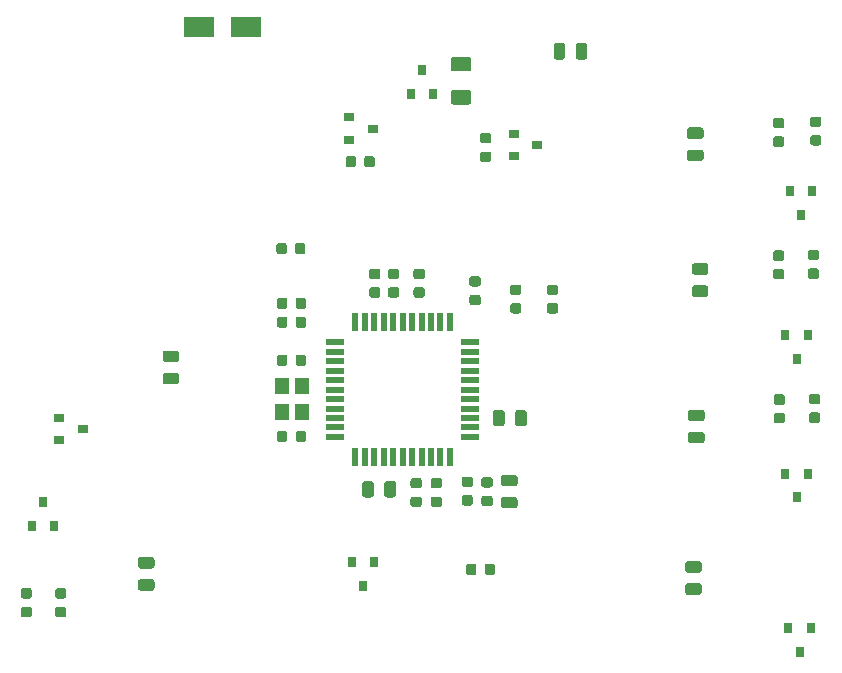
<source format=gbp>
G04 #@! TF.GenerationSoftware,KiCad,Pcbnew,5.1.5-52549c5~86~ubuntu16.04.1*
G04 #@! TF.CreationDate,2020-04-28T17:17:38-04:00*
G04 #@! TF.ProjectId,atmega32u4_hub_pcb_2,61746d65-6761-4333-9275-345f6875625f,1.2*
G04 #@! TF.SameCoordinates,Original*
G04 #@! TF.FileFunction,Paste,Bot*
G04 #@! TF.FilePolarity,Positive*
%FSLAX46Y46*%
G04 Gerber Fmt 4.6, Leading zero omitted, Abs format (unit mm)*
G04 Created by KiCad (PCBNEW 5.1.5-52549c5~86~ubuntu16.04.1) date 2020-04-28 17:17:38*
%MOMM*%
%LPD*%
G04 APERTURE LIST*
%ADD10C,0.100000*%
%ADD11R,0.900000X0.800000*%
%ADD12R,0.800000X0.900000*%
%ADD13R,1.200000X1.400000*%
%ADD14R,1.500000X0.550000*%
%ADD15R,0.550000X1.500000*%
%ADD16R,2.500000X1.800000*%
G04 APERTURE END LIST*
D10*
G36*
X140499091Y-85632053D02*
G01*
X140520326Y-85635203D01*
X140541150Y-85640419D01*
X140561362Y-85647651D01*
X140580768Y-85656830D01*
X140599181Y-85667866D01*
X140616424Y-85680654D01*
X140632330Y-85695070D01*
X140646746Y-85710976D01*
X140659534Y-85728219D01*
X140670570Y-85746632D01*
X140679749Y-85766038D01*
X140686981Y-85786250D01*
X140692197Y-85807074D01*
X140695347Y-85828309D01*
X140696400Y-85849750D01*
X140696400Y-86362250D01*
X140695347Y-86383691D01*
X140692197Y-86404926D01*
X140686981Y-86425750D01*
X140679749Y-86445962D01*
X140670570Y-86465368D01*
X140659534Y-86483781D01*
X140646746Y-86501024D01*
X140632330Y-86516930D01*
X140616424Y-86531346D01*
X140599181Y-86544134D01*
X140580768Y-86555170D01*
X140561362Y-86564349D01*
X140541150Y-86571581D01*
X140520326Y-86576797D01*
X140499091Y-86579947D01*
X140477650Y-86581000D01*
X140040150Y-86581000D01*
X140018709Y-86579947D01*
X139997474Y-86576797D01*
X139976650Y-86571581D01*
X139956438Y-86564349D01*
X139937032Y-86555170D01*
X139918619Y-86544134D01*
X139901376Y-86531346D01*
X139885470Y-86516930D01*
X139871054Y-86501024D01*
X139858266Y-86483781D01*
X139847230Y-86465368D01*
X139838051Y-86445962D01*
X139830819Y-86425750D01*
X139825603Y-86404926D01*
X139822453Y-86383691D01*
X139821400Y-86362250D01*
X139821400Y-85849750D01*
X139822453Y-85828309D01*
X139825603Y-85807074D01*
X139830819Y-85786250D01*
X139838051Y-85766038D01*
X139847230Y-85746632D01*
X139858266Y-85728219D01*
X139871054Y-85710976D01*
X139885470Y-85695070D01*
X139901376Y-85680654D01*
X139918619Y-85667866D01*
X139937032Y-85656830D01*
X139956438Y-85647651D01*
X139976650Y-85640419D01*
X139997474Y-85635203D01*
X140018709Y-85632053D01*
X140040150Y-85631000D01*
X140477650Y-85631000D01*
X140499091Y-85632053D01*
G37*
G36*
X138924091Y-85632053D02*
G01*
X138945326Y-85635203D01*
X138966150Y-85640419D01*
X138986362Y-85647651D01*
X139005768Y-85656830D01*
X139024181Y-85667866D01*
X139041424Y-85680654D01*
X139057330Y-85695070D01*
X139071746Y-85710976D01*
X139084534Y-85728219D01*
X139095570Y-85746632D01*
X139104749Y-85766038D01*
X139111981Y-85786250D01*
X139117197Y-85807074D01*
X139120347Y-85828309D01*
X139121400Y-85849750D01*
X139121400Y-86362250D01*
X139120347Y-86383691D01*
X139117197Y-86404926D01*
X139111981Y-86425750D01*
X139104749Y-86445962D01*
X139095570Y-86465368D01*
X139084534Y-86483781D01*
X139071746Y-86501024D01*
X139057330Y-86516930D01*
X139041424Y-86531346D01*
X139024181Y-86544134D01*
X139005768Y-86555170D01*
X138986362Y-86564349D01*
X138966150Y-86571581D01*
X138945326Y-86576797D01*
X138924091Y-86579947D01*
X138902650Y-86581000D01*
X138465150Y-86581000D01*
X138443709Y-86579947D01*
X138422474Y-86576797D01*
X138401650Y-86571581D01*
X138381438Y-86564349D01*
X138362032Y-86555170D01*
X138343619Y-86544134D01*
X138326376Y-86531346D01*
X138310470Y-86516930D01*
X138296054Y-86501024D01*
X138283266Y-86483781D01*
X138272230Y-86465368D01*
X138263051Y-86445962D01*
X138255819Y-86425750D01*
X138250603Y-86404926D01*
X138247453Y-86383691D01*
X138246400Y-86362250D01*
X138246400Y-85849750D01*
X138247453Y-85828309D01*
X138250603Y-85807074D01*
X138255819Y-85786250D01*
X138263051Y-85766038D01*
X138272230Y-85746632D01*
X138283266Y-85728219D01*
X138296054Y-85710976D01*
X138310470Y-85695070D01*
X138326376Y-85680654D01*
X138343619Y-85667866D01*
X138362032Y-85656830D01*
X138381438Y-85647651D01*
X138401650Y-85640419D01*
X138422474Y-85635203D01*
X138443709Y-85632053D01*
X138465150Y-85631000D01*
X138902650Y-85631000D01*
X138924091Y-85632053D01*
G37*
G36*
X111478891Y-122220053D02*
G01*
X111500126Y-122223203D01*
X111520950Y-122228419D01*
X111541162Y-122235651D01*
X111560568Y-122244830D01*
X111578981Y-122255866D01*
X111596224Y-122268654D01*
X111612130Y-122283070D01*
X111626546Y-122298976D01*
X111639334Y-122316219D01*
X111650370Y-122334632D01*
X111659549Y-122354038D01*
X111666781Y-122374250D01*
X111671997Y-122395074D01*
X111675147Y-122416309D01*
X111676200Y-122437750D01*
X111676200Y-122875250D01*
X111675147Y-122896691D01*
X111671997Y-122917926D01*
X111666781Y-122938750D01*
X111659549Y-122958962D01*
X111650370Y-122978368D01*
X111639334Y-122996781D01*
X111626546Y-123014024D01*
X111612130Y-123029930D01*
X111596224Y-123044346D01*
X111578981Y-123057134D01*
X111560568Y-123068170D01*
X111541162Y-123077349D01*
X111520950Y-123084581D01*
X111500126Y-123089797D01*
X111478891Y-123092947D01*
X111457450Y-123094000D01*
X110944950Y-123094000D01*
X110923509Y-123092947D01*
X110902274Y-123089797D01*
X110881450Y-123084581D01*
X110861238Y-123077349D01*
X110841832Y-123068170D01*
X110823419Y-123057134D01*
X110806176Y-123044346D01*
X110790270Y-123029930D01*
X110775854Y-123014024D01*
X110763066Y-122996781D01*
X110752030Y-122978368D01*
X110742851Y-122958962D01*
X110735619Y-122938750D01*
X110730403Y-122917926D01*
X110727253Y-122896691D01*
X110726200Y-122875250D01*
X110726200Y-122437750D01*
X110727253Y-122416309D01*
X110730403Y-122395074D01*
X110735619Y-122374250D01*
X110742851Y-122354038D01*
X110752030Y-122334632D01*
X110763066Y-122316219D01*
X110775854Y-122298976D01*
X110790270Y-122283070D01*
X110806176Y-122268654D01*
X110823419Y-122255866D01*
X110841832Y-122244830D01*
X110861238Y-122235651D01*
X110881450Y-122228419D01*
X110902274Y-122223203D01*
X110923509Y-122220053D01*
X110944950Y-122219000D01*
X111457450Y-122219000D01*
X111478891Y-122220053D01*
G37*
G36*
X111478891Y-123795053D02*
G01*
X111500126Y-123798203D01*
X111520950Y-123803419D01*
X111541162Y-123810651D01*
X111560568Y-123819830D01*
X111578981Y-123830866D01*
X111596224Y-123843654D01*
X111612130Y-123858070D01*
X111626546Y-123873976D01*
X111639334Y-123891219D01*
X111650370Y-123909632D01*
X111659549Y-123929038D01*
X111666781Y-123949250D01*
X111671997Y-123970074D01*
X111675147Y-123991309D01*
X111676200Y-124012750D01*
X111676200Y-124450250D01*
X111675147Y-124471691D01*
X111671997Y-124492926D01*
X111666781Y-124513750D01*
X111659549Y-124533962D01*
X111650370Y-124553368D01*
X111639334Y-124571781D01*
X111626546Y-124589024D01*
X111612130Y-124604930D01*
X111596224Y-124619346D01*
X111578981Y-124632134D01*
X111560568Y-124643170D01*
X111541162Y-124652349D01*
X111520950Y-124659581D01*
X111500126Y-124664797D01*
X111478891Y-124667947D01*
X111457450Y-124669000D01*
X110944950Y-124669000D01*
X110923509Y-124667947D01*
X110902274Y-124664797D01*
X110881450Y-124659581D01*
X110861238Y-124652349D01*
X110841832Y-124643170D01*
X110823419Y-124632134D01*
X110806176Y-124619346D01*
X110790270Y-124604930D01*
X110775854Y-124589024D01*
X110763066Y-124571781D01*
X110752030Y-124553368D01*
X110742851Y-124533962D01*
X110735619Y-124513750D01*
X110730403Y-124492926D01*
X110727253Y-124471691D01*
X110726200Y-124450250D01*
X110726200Y-124012750D01*
X110727253Y-123991309D01*
X110730403Y-123970074D01*
X110735619Y-123949250D01*
X110742851Y-123929038D01*
X110752030Y-123909632D01*
X110763066Y-123891219D01*
X110775854Y-123873976D01*
X110790270Y-123858070D01*
X110806176Y-123843654D01*
X110823419Y-123830866D01*
X110841832Y-123819830D01*
X110861238Y-123810651D01*
X110881450Y-123803419D01*
X110902274Y-123798203D01*
X110923509Y-123795053D01*
X110944950Y-123794000D01*
X111457450Y-123794000D01*
X111478891Y-123795053D01*
G37*
G36*
X114399891Y-122220053D02*
G01*
X114421126Y-122223203D01*
X114441950Y-122228419D01*
X114462162Y-122235651D01*
X114481568Y-122244830D01*
X114499981Y-122255866D01*
X114517224Y-122268654D01*
X114533130Y-122283070D01*
X114547546Y-122298976D01*
X114560334Y-122316219D01*
X114571370Y-122334632D01*
X114580549Y-122354038D01*
X114587781Y-122374250D01*
X114592997Y-122395074D01*
X114596147Y-122416309D01*
X114597200Y-122437750D01*
X114597200Y-122875250D01*
X114596147Y-122896691D01*
X114592997Y-122917926D01*
X114587781Y-122938750D01*
X114580549Y-122958962D01*
X114571370Y-122978368D01*
X114560334Y-122996781D01*
X114547546Y-123014024D01*
X114533130Y-123029930D01*
X114517224Y-123044346D01*
X114499981Y-123057134D01*
X114481568Y-123068170D01*
X114462162Y-123077349D01*
X114441950Y-123084581D01*
X114421126Y-123089797D01*
X114399891Y-123092947D01*
X114378450Y-123094000D01*
X113865950Y-123094000D01*
X113844509Y-123092947D01*
X113823274Y-123089797D01*
X113802450Y-123084581D01*
X113782238Y-123077349D01*
X113762832Y-123068170D01*
X113744419Y-123057134D01*
X113727176Y-123044346D01*
X113711270Y-123029930D01*
X113696854Y-123014024D01*
X113684066Y-122996781D01*
X113673030Y-122978368D01*
X113663851Y-122958962D01*
X113656619Y-122938750D01*
X113651403Y-122917926D01*
X113648253Y-122896691D01*
X113647200Y-122875250D01*
X113647200Y-122437750D01*
X113648253Y-122416309D01*
X113651403Y-122395074D01*
X113656619Y-122374250D01*
X113663851Y-122354038D01*
X113673030Y-122334632D01*
X113684066Y-122316219D01*
X113696854Y-122298976D01*
X113711270Y-122283070D01*
X113727176Y-122268654D01*
X113744419Y-122255866D01*
X113762832Y-122244830D01*
X113782238Y-122235651D01*
X113802450Y-122228419D01*
X113823274Y-122223203D01*
X113844509Y-122220053D01*
X113865950Y-122219000D01*
X114378450Y-122219000D01*
X114399891Y-122220053D01*
G37*
G36*
X114399891Y-123795053D02*
G01*
X114421126Y-123798203D01*
X114441950Y-123803419D01*
X114462162Y-123810651D01*
X114481568Y-123819830D01*
X114499981Y-123830866D01*
X114517224Y-123843654D01*
X114533130Y-123858070D01*
X114547546Y-123873976D01*
X114560334Y-123891219D01*
X114571370Y-123909632D01*
X114580549Y-123929038D01*
X114587781Y-123949250D01*
X114592997Y-123970074D01*
X114596147Y-123991309D01*
X114597200Y-124012750D01*
X114597200Y-124450250D01*
X114596147Y-124471691D01*
X114592997Y-124492926D01*
X114587781Y-124513750D01*
X114580549Y-124533962D01*
X114571370Y-124553368D01*
X114560334Y-124571781D01*
X114547546Y-124589024D01*
X114533130Y-124604930D01*
X114517224Y-124619346D01*
X114499981Y-124632134D01*
X114481568Y-124643170D01*
X114462162Y-124652349D01*
X114441950Y-124659581D01*
X114421126Y-124664797D01*
X114399891Y-124667947D01*
X114378450Y-124669000D01*
X113865950Y-124669000D01*
X113844509Y-124667947D01*
X113823274Y-124664797D01*
X113802450Y-124659581D01*
X113782238Y-124652349D01*
X113762832Y-124643170D01*
X113744419Y-124632134D01*
X113727176Y-124619346D01*
X113711270Y-124604930D01*
X113696854Y-124589024D01*
X113684066Y-124571781D01*
X113673030Y-124553368D01*
X113663851Y-124533962D01*
X113656619Y-124513750D01*
X113651403Y-124492926D01*
X113648253Y-124471691D01*
X113647200Y-124450250D01*
X113647200Y-124012750D01*
X113648253Y-123991309D01*
X113651403Y-123970074D01*
X113656619Y-123949250D01*
X113663851Y-123929038D01*
X113673030Y-123909632D01*
X113684066Y-123891219D01*
X113696854Y-123873976D01*
X113711270Y-123858070D01*
X113727176Y-123843654D01*
X113744419Y-123830866D01*
X113762832Y-123819830D01*
X113782238Y-123810651D01*
X113802450Y-123803419D01*
X113823274Y-123798203D01*
X113844509Y-123795053D01*
X113865950Y-123794000D01*
X114378450Y-123794000D01*
X114399891Y-123795053D01*
G37*
G36*
X178331691Y-82291253D02*
G01*
X178352926Y-82294403D01*
X178373750Y-82299619D01*
X178393962Y-82306851D01*
X178413368Y-82316030D01*
X178431781Y-82327066D01*
X178449024Y-82339854D01*
X178464930Y-82354270D01*
X178479346Y-82370176D01*
X178492134Y-82387419D01*
X178503170Y-82405832D01*
X178512349Y-82425238D01*
X178519581Y-82445450D01*
X178524797Y-82466274D01*
X178527947Y-82487509D01*
X178529000Y-82508950D01*
X178529000Y-82946450D01*
X178527947Y-82967891D01*
X178524797Y-82989126D01*
X178519581Y-83009950D01*
X178512349Y-83030162D01*
X178503170Y-83049568D01*
X178492134Y-83067981D01*
X178479346Y-83085224D01*
X178464930Y-83101130D01*
X178449024Y-83115546D01*
X178431781Y-83128334D01*
X178413368Y-83139370D01*
X178393962Y-83148549D01*
X178373750Y-83155781D01*
X178352926Y-83160997D01*
X178331691Y-83164147D01*
X178310250Y-83165200D01*
X177797750Y-83165200D01*
X177776309Y-83164147D01*
X177755074Y-83160997D01*
X177734250Y-83155781D01*
X177714038Y-83148549D01*
X177694632Y-83139370D01*
X177676219Y-83128334D01*
X177658976Y-83115546D01*
X177643070Y-83101130D01*
X177628654Y-83085224D01*
X177615866Y-83067981D01*
X177604830Y-83049568D01*
X177595651Y-83030162D01*
X177588419Y-83009950D01*
X177583203Y-82989126D01*
X177580053Y-82967891D01*
X177579000Y-82946450D01*
X177579000Y-82508950D01*
X177580053Y-82487509D01*
X177583203Y-82466274D01*
X177588419Y-82445450D01*
X177595651Y-82425238D01*
X177604830Y-82405832D01*
X177615866Y-82387419D01*
X177628654Y-82370176D01*
X177643070Y-82354270D01*
X177658976Y-82339854D01*
X177676219Y-82327066D01*
X177694632Y-82316030D01*
X177714038Y-82306851D01*
X177734250Y-82299619D01*
X177755074Y-82294403D01*
X177776309Y-82291253D01*
X177797750Y-82290200D01*
X178310250Y-82290200D01*
X178331691Y-82291253D01*
G37*
G36*
X178331691Y-83866253D02*
G01*
X178352926Y-83869403D01*
X178373750Y-83874619D01*
X178393962Y-83881851D01*
X178413368Y-83891030D01*
X178431781Y-83902066D01*
X178449024Y-83914854D01*
X178464930Y-83929270D01*
X178479346Y-83945176D01*
X178492134Y-83962419D01*
X178503170Y-83980832D01*
X178512349Y-84000238D01*
X178519581Y-84020450D01*
X178524797Y-84041274D01*
X178527947Y-84062509D01*
X178529000Y-84083950D01*
X178529000Y-84521450D01*
X178527947Y-84542891D01*
X178524797Y-84564126D01*
X178519581Y-84584950D01*
X178512349Y-84605162D01*
X178503170Y-84624568D01*
X178492134Y-84642981D01*
X178479346Y-84660224D01*
X178464930Y-84676130D01*
X178449024Y-84690546D01*
X178431781Y-84703334D01*
X178413368Y-84714370D01*
X178393962Y-84723549D01*
X178373750Y-84730781D01*
X178352926Y-84735997D01*
X178331691Y-84739147D01*
X178310250Y-84740200D01*
X177797750Y-84740200D01*
X177776309Y-84739147D01*
X177755074Y-84735997D01*
X177734250Y-84730781D01*
X177714038Y-84723549D01*
X177694632Y-84714370D01*
X177676219Y-84703334D01*
X177658976Y-84690546D01*
X177643070Y-84676130D01*
X177628654Y-84660224D01*
X177615866Y-84642981D01*
X177604830Y-84624568D01*
X177595651Y-84605162D01*
X177588419Y-84584950D01*
X177583203Y-84564126D01*
X177580053Y-84542891D01*
X177579000Y-84521450D01*
X177579000Y-84083950D01*
X177580053Y-84062509D01*
X177583203Y-84041274D01*
X177588419Y-84020450D01*
X177595651Y-84000238D01*
X177604830Y-83980832D01*
X177615866Y-83962419D01*
X177628654Y-83945176D01*
X177643070Y-83929270D01*
X177658976Y-83914854D01*
X177676219Y-83902066D01*
X177694632Y-83891030D01*
X177714038Y-83881851D01*
X177734250Y-83874619D01*
X177755074Y-83869403D01*
X177776309Y-83866253D01*
X177797750Y-83865200D01*
X178310250Y-83865200D01*
X178331691Y-83866253D01*
G37*
D11*
X116011200Y-108762800D03*
X114011200Y-107812800D03*
X114011200Y-109712800D03*
D10*
G36*
X168170942Y-119937374D02*
G01*
X168194603Y-119940884D01*
X168217807Y-119946696D01*
X168240329Y-119954754D01*
X168261953Y-119964982D01*
X168282470Y-119977279D01*
X168301683Y-119991529D01*
X168319407Y-120007593D01*
X168335471Y-120025317D01*
X168349721Y-120044530D01*
X168362018Y-120065047D01*
X168372246Y-120086671D01*
X168380304Y-120109193D01*
X168386116Y-120132397D01*
X168389626Y-120156058D01*
X168390800Y-120179950D01*
X168390800Y-120667450D01*
X168389626Y-120691342D01*
X168386116Y-120715003D01*
X168380304Y-120738207D01*
X168372246Y-120760729D01*
X168362018Y-120782353D01*
X168349721Y-120802870D01*
X168335471Y-120822083D01*
X168319407Y-120839807D01*
X168301683Y-120855871D01*
X168282470Y-120870121D01*
X168261953Y-120882418D01*
X168240329Y-120892646D01*
X168217807Y-120900704D01*
X168194603Y-120906516D01*
X168170942Y-120910026D01*
X168147050Y-120911200D01*
X167234550Y-120911200D01*
X167210658Y-120910026D01*
X167186997Y-120906516D01*
X167163793Y-120900704D01*
X167141271Y-120892646D01*
X167119647Y-120882418D01*
X167099130Y-120870121D01*
X167079917Y-120855871D01*
X167062193Y-120839807D01*
X167046129Y-120822083D01*
X167031879Y-120802870D01*
X167019582Y-120782353D01*
X167009354Y-120760729D01*
X167001296Y-120738207D01*
X166995484Y-120715003D01*
X166991974Y-120691342D01*
X166990800Y-120667450D01*
X166990800Y-120179950D01*
X166991974Y-120156058D01*
X166995484Y-120132397D01*
X167001296Y-120109193D01*
X167009354Y-120086671D01*
X167019582Y-120065047D01*
X167031879Y-120044530D01*
X167046129Y-120025317D01*
X167062193Y-120007593D01*
X167079917Y-119991529D01*
X167099130Y-119977279D01*
X167119647Y-119964982D01*
X167141271Y-119954754D01*
X167163793Y-119946696D01*
X167186997Y-119940884D01*
X167210658Y-119937374D01*
X167234550Y-119936200D01*
X168147050Y-119936200D01*
X168170942Y-119937374D01*
G37*
G36*
X168170942Y-121812374D02*
G01*
X168194603Y-121815884D01*
X168217807Y-121821696D01*
X168240329Y-121829754D01*
X168261953Y-121839982D01*
X168282470Y-121852279D01*
X168301683Y-121866529D01*
X168319407Y-121882593D01*
X168335471Y-121900317D01*
X168349721Y-121919530D01*
X168362018Y-121940047D01*
X168372246Y-121961671D01*
X168380304Y-121984193D01*
X168386116Y-122007397D01*
X168389626Y-122031058D01*
X168390800Y-122054950D01*
X168390800Y-122542450D01*
X168389626Y-122566342D01*
X168386116Y-122590003D01*
X168380304Y-122613207D01*
X168372246Y-122635729D01*
X168362018Y-122657353D01*
X168349721Y-122677870D01*
X168335471Y-122697083D01*
X168319407Y-122714807D01*
X168301683Y-122730871D01*
X168282470Y-122745121D01*
X168261953Y-122757418D01*
X168240329Y-122767646D01*
X168217807Y-122775704D01*
X168194603Y-122781516D01*
X168170942Y-122785026D01*
X168147050Y-122786200D01*
X167234550Y-122786200D01*
X167210658Y-122785026D01*
X167186997Y-122781516D01*
X167163793Y-122775704D01*
X167141271Y-122767646D01*
X167119647Y-122757418D01*
X167099130Y-122745121D01*
X167079917Y-122730871D01*
X167062193Y-122714807D01*
X167046129Y-122697083D01*
X167031879Y-122677870D01*
X167019582Y-122657353D01*
X167009354Y-122635729D01*
X167001296Y-122613207D01*
X166995484Y-122590003D01*
X166991974Y-122566342D01*
X166990800Y-122542450D01*
X166990800Y-122054950D01*
X166991974Y-122031058D01*
X166995484Y-122007397D01*
X167001296Y-121984193D01*
X167009354Y-121961671D01*
X167019582Y-121940047D01*
X167031879Y-121919530D01*
X167046129Y-121900317D01*
X167062193Y-121882593D01*
X167079917Y-121866529D01*
X167099130Y-121852279D01*
X167119647Y-121839982D01*
X167141271Y-121829754D01*
X167163793Y-121821696D01*
X167186997Y-121815884D01*
X167210658Y-121812374D01*
X167234550Y-121811200D01*
X168147050Y-121811200D01*
X168170942Y-121812374D01*
G37*
D12*
X176682400Y-127593600D03*
X177632400Y-125593600D03*
X175732400Y-125593600D03*
D10*
G36*
X158481942Y-76059974D02*
G01*
X158505603Y-76063484D01*
X158528807Y-76069296D01*
X158551329Y-76077354D01*
X158572953Y-76087582D01*
X158593470Y-76099879D01*
X158612683Y-76114129D01*
X158630407Y-76130193D01*
X158646471Y-76147917D01*
X158660721Y-76167130D01*
X158673018Y-76187647D01*
X158683246Y-76209271D01*
X158691304Y-76231793D01*
X158697116Y-76254997D01*
X158700626Y-76278658D01*
X158701800Y-76302550D01*
X158701800Y-77215050D01*
X158700626Y-77238942D01*
X158697116Y-77262603D01*
X158691304Y-77285807D01*
X158683246Y-77308329D01*
X158673018Y-77329953D01*
X158660721Y-77350470D01*
X158646471Y-77369683D01*
X158630407Y-77387407D01*
X158612683Y-77403471D01*
X158593470Y-77417721D01*
X158572953Y-77430018D01*
X158551329Y-77440246D01*
X158528807Y-77448304D01*
X158505603Y-77454116D01*
X158481942Y-77457626D01*
X158458050Y-77458800D01*
X157970550Y-77458800D01*
X157946658Y-77457626D01*
X157922997Y-77454116D01*
X157899793Y-77448304D01*
X157877271Y-77440246D01*
X157855647Y-77430018D01*
X157835130Y-77417721D01*
X157815917Y-77403471D01*
X157798193Y-77387407D01*
X157782129Y-77369683D01*
X157767879Y-77350470D01*
X157755582Y-77329953D01*
X157745354Y-77308329D01*
X157737296Y-77285807D01*
X157731484Y-77262603D01*
X157727974Y-77238942D01*
X157726800Y-77215050D01*
X157726800Y-76302550D01*
X157727974Y-76278658D01*
X157731484Y-76254997D01*
X157737296Y-76231793D01*
X157745354Y-76209271D01*
X157755582Y-76187647D01*
X157767879Y-76167130D01*
X157782129Y-76147917D01*
X157798193Y-76130193D01*
X157815917Y-76114129D01*
X157835130Y-76099879D01*
X157855647Y-76087582D01*
X157877271Y-76077354D01*
X157899793Y-76069296D01*
X157922997Y-76063484D01*
X157946658Y-76059974D01*
X157970550Y-76058800D01*
X158458050Y-76058800D01*
X158481942Y-76059974D01*
G37*
G36*
X156606942Y-76059974D02*
G01*
X156630603Y-76063484D01*
X156653807Y-76069296D01*
X156676329Y-76077354D01*
X156697953Y-76087582D01*
X156718470Y-76099879D01*
X156737683Y-76114129D01*
X156755407Y-76130193D01*
X156771471Y-76147917D01*
X156785721Y-76167130D01*
X156798018Y-76187647D01*
X156808246Y-76209271D01*
X156816304Y-76231793D01*
X156822116Y-76254997D01*
X156825626Y-76278658D01*
X156826800Y-76302550D01*
X156826800Y-77215050D01*
X156825626Y-77238942D01*
X156822116Y-77262603D01*
X156816304Y-77285807D01*
X156808246Y-77308329D01*
X156798018Y-77329953D01*
X156785721Y-77350470D01*
X156771471Y-77369683D01*
X156755407Y-77387407D01*
X156737683Y-77403471D01*
X156718470Y-77417721D01*
X156697953Y-77430018D01*
X156676329Y-77440246D01*
X156653807Y-77448304D01*
X156630603Y-77454116D01*
X156606942Y-77457626D01*
X156583050Y-77458800D01*
X156095550Y-77458800D01*
X156071658Y-77457626D01*
X156047997Y-77454116D01*
X156024793Y-77448304D01*
X156002271Y-77440246D01*
X155980647Y-77430018D01*
X155960130Y-77417721D01*
X155940917Y-77403471D01*
X155923193Y-77387407D01*
X155907129Y-77369683D01*
X155892879Y-77350470D01*
X155880582Y-77329953D01*
X155870354Y-77308329D01*
X155862296Y-77285807D01*
X155856484Y-77262603D01*
X155852974Y-77238942D01*
X155851800Y-77215050D01*
X155851800Y-76302550D01*
X155852974Y-76278658D01*
X155856484Y-76254997D01*
X155862296Y-76231793D01*
X155870354Y-76209271D01*
X155880582Y-76187647D01*
X155892879Y-76167130D01*
X155907129Y-76147917D01*
X155923193Y-76130193D01*
X155940917Y-76114129D01*
X155960130Y-76099879D01*
X155980647Y-76087582D01*
X156002271Y-76077354D01*
X156024793Y-76069296D01*
X156047997Y-76063484D01*
X156071658Y-76059974D01*
X156095550Y-76058800D01*
X156583050Y-76058800D01*
X156606942Y-76059974D01*
G37*
D11*
X140547600Y-83312000D03*
X138547600Y-82362000D03*
X138547600Y-84262000D03*
X154466800Y-84709000D03*
X152466800Y-83759000D03*
X152466800Y-85659000D03*
D12*
X144716500Y-78375000D03*
X143766500Y-80375000D03*
X145666500Y-80375000D03*
D10*
G36*
X148668004Y-80024204D02*
G01*
X148692273Y-80027804D01*
X148716071Y-80033765D01*
X148739171Y-80042030D01*
X148761349Y-80052520D01*
X148782393Y-80065133D01*
X148802098Y-80079747D01*
X148820277Y-80096223D01*
X148836753Y-80114402D01*
X148851367Y-80134107D01*
X148863980Y-80155151D01*
X148874470Y-80177329D01*
X148882735Y-80200429D01*
X148888696Y-80224227D01*
X148892296Y-80248496D01*
X148893500Y-80273000D01*
X148893500Y-81023000D01*
X148892296Y-81047504D01*
X148888696Y-81071773D01*
X148882735Y-81095571D01*
X148874470Y-81118671D01*
X148863980Y-81140849D01*
X148851367Y-81161893D01*
X148836753Y-81181598D01*
X148820277Y-81199777D01*
X148802098Y-81216253D01*
X148782393Y-81230867D01*
X148761349Y-81243480D01*
X148739171Y-81253970D01*
X148716071Y-81262235D01*
X148692273Y-81268196D01*
X148668004Y-81271796D01*
X148643500Y-81273000D01*
X147393500Y-81273000D01*
X147368996Y-81271796D01*
X147344727Y-81268196D01*
X147320929Y-81262235D01*
X147297829Y-81253970D01*
X147275651Y-81243480D01*
X147254607Y-81230867D01*
X147234902Y-81216253D01*
X147216723Y-81199777D01*
X147200247Y-81181598D01*
X147185633Y-81161893D01*
X147173020Y-81140849D01*
X147162530Y-81118671D01*
X147154265Y-81095571D01*
X147148304Y-81071773D01*
X147144704Y-81047504D01*
X147143500Y-81023000D01*
X147143500Y-80273000D01*
X147144704Y-80248496D01*
X147148304Y-80224227D01*
X147154265Y-80200429D01*
X147162530Y-80177329D01*
X147173020Y-80155151D01*
X147185633Y-80134107D01*
X147200247Y-80114402D01*
X147216723Y-80096223D01*
X147234902Y-80079747D01*
X147254607Y-80065133D01*
X147275651Y-80052520D01*
X147297829Y-80042030D01*
X147320929Y-80033765D01*
X147344727Y-80027804D01*
X147368996Y-80024204D01*
X147393500Y-80023000D01*
X148643500Y-80023000D01*
X148668004Y-80024204D01*
G37*
G36*
X148668004Y-77224204D02*
G01*
X148692273Y-77227804D01*
X148716071Y-77233765D01*
X148739171Y-77242030D01*
X148761349Y-77252520D01*
X148782393Y-77265133D01*
X148802098Y-77279747D01*
X148820277Y-77296223D01*
X148836753Y-77314402D01*
X148851367Y-77334107D01*
X148863980Y-77355151D01*
X148874470Y-77377329D01*
X148882735Y-77400429D01*
X148888696Y-77424227D01*
X148892296Y-77448496D01*
X148893500Y-77473000D01*
X148893500Y-78223000D01*
X148892296Y-78247504D01*
X148888696Y-78271773D01*
X148882735Y-78295571D01*
X148874470Y-78318671D01*
X148863980Y-78340849D01*
X148851367Y-78361893D01*
X148836753Y-78381598D01*
X148820277Y-78399777D01*
X148802098Y-78416253D01*
X148782393Y-78430867D01*
X148761349Y-78443480D01*
X148739171Y-78453970D01*
X148716071Y-78462235D01*
X148692273Y-78468196D01*
X148668004Y-78471796D01*
X148643500Y-78473000D01*
X147393500Y-78473000D01*
X147368996Y-78471796D01*
X147344727Y-78468196D01*
X147320929Y-78462235D01*
X147297829Y-78453970D01*
X147275651Y-78443480D01*
X147254607Y-78430867D01*
X147234902Y-78416253D01*
X147216723Y-78399777D01*
X147200247Y-78381598D01*
X147185633Y-78361893D01*
X147173020Y-78340849D01*
X147162530Y-78318671D01*
X147154265Y-78295571D01*
X147148304Y-78271773D01*
X147144704Y-78247504D01*
X147143500Y-78223000D01*
X147143500Y-77473000D01*
X147144704Y-77448496D01*
X147148304Y-77424227D01*
X147154265Y-77400429D01*
X147162530Y-77377329D01*
X147173020Y-77355151D01*
X147185633Y-77334107D01*
X147200247Y-77314402D01*
X147216723Y-77296223D01*
X147234902Y-77279747D01*
X147254607Y-77265133D01*
X147275651Y-77252520D01*
X147297829Y-77242030D01*
X147320929Y-77233765D01*
X147344727Y-77227804D01*
X147368996Y-77224204D01*
X147393500Y-77223000D01*
X148643500Y-77223000D01*
X148668004Y-77224204D01*
G37*
D13*
X134555600Y-107322800D03*
X134555600Y-105122800D03*
X132855600Y-105122800D03*
X132855600Y-107322800D03*
D10*
G36*
X146200691Y-114460553D02*
G01*
X146221926Y-114463703D01*
X146242750Y-114468919D01*
X146262962Y-114476151D01*
X146282368Y-114485330D01*
X146300781Y-114496366D01*
X146318024Y-114509154D01*
X146333930Y-114523570D01*
X146348346Y-114539476D01*
X146361134Y-114556719D01*
X146372170Y-114575132D01*
X146381349Y-114594538D01*
X146388581Y-114614750D01*
X146393797Y-114635574D01*
X146396947Y-114656809D01*
X146398000Y-114678250D01*
X146398000Y-115115750D01*
X146396947Y-115137191D01*
X146393797Y-115158426D01*
X146388581Y-115179250D01*
X146381349Y-115199462D01*
X146372170Y-115218868D01*
X146361134Y-115237281D01*
X146348346Y-115254524D01*
X146333930Y-115270430D01*
X146318024Y-115284846D01*
X146300781Y-115297634D01*
X146282368Y-115308670D01*
X146262962Y-115317849D01*
X146242750Y-115325081D01*
X146221926Y-115330297D01*
X146200691Y-115333447D01*
X146179250Y-115334500D01*
X145666750Y-115334500D01*
X145645309Y-115333447D01*
X145624074Y-115330297D01*
X145603250Y-115325081D01*
X145583038Y-115317849D01*
X145563632Y-115308670D01*
X145545219Y-115297634D01*
X145527976Y-115284846D01*
X145512070Y-115270430D01*
X145497654Y-115254524D01*
X145484866Y-115237281D01*
X145473830Y-115218868D01*
X145464651Y-115199462D01*
X145457419Y-115179250D01*
X145452203Y-115158426D01*
X145449053Y-115137191D01*
X145448000Y-115115750D01*
X145448000Y-114678250D01*
X145449053Y-114656809D01*
X145452203Y-114635574D01*
X145457419Y-114614750D01*
X145464651Y-114594538D01*
X145473830Y-114575132D01*
X145484866Y-114556719D01*
X145497654Y-114539476D01*
X145512070Y-114523570D01*
X145527976Y-114509154D01*
X145545219Y-114496366D01*
X145563632Y-114485330D01*
X145583038Y-114476151D01*
X145603250Y-114468919D01*
X145624074Y-114463703D01*
X145645309Y-114460553D01*
X145666750Y-114459500D01*
X146179250Y-114459500D01*
X146200691Y-114460553D01*
G37*
G36*
X146200691Y-112885553D02*
G01*
X146221926Y-112888703D01*
X146242750Y-112893919D01*
X146262962Y-112901151D01*
X146282368Y-112910330D01*
X146300781Y-112921366D01*
X146318024Y-112934154D01*
X146333930Y-112948570D01*
X146348346Y-112964476D01*
X146361134Y-112981719D01*
X146372170Y-113000132D01*
X146381349Y-113019538D01*
X146388581Y-113039750D01*
X146393797Y-113060574D01*
X146396947Y-113081809D01*
X146398000Y-113103250D01*
X146398000Y-113540750D01*
X146396947Y-113562191D01*
X146393797Y-113583426D01*
X146388581Y-113604250D01*
X146381349Y-113624462D01*
X146372170Y-113643868D01*
X146361134Y-113662281D01*
X146348346Y-113679524D01*
X146333930Y-113695430D01*
X146318024Y-113709846D01*
X146300781Y-113722634D01*
X146282368Y-113733670D01*
X146262962Y-113742849D01*
X146242750Y-113750081D01*
X146221926Y-113755297D01*
X146200691Y-113758447D01*
X146179250Y-113759500D01*
X145666750Y-113759500D01*
X145645309Y-113758447D01*
X145624074Y-113755297D01*
X145603250Y-113750081D01*
X145583038Y-113742849D01*
X145563632Y-113733670D01*
X145545219Y-113722634D01*
X145527976Y-113709846D01*
X145512070Y-113695430D01*
X145497654Y-113679524D01*
X145484866Y-113662281D01*
X145473830Y-113643868D01*
X145464651Y-113624462D01*
X145457419Y-113604250D01*
X145452203Y-113583426D01*
X145449053Y-113562191D01*
X145448000Y-113540750D01*
X145448000Y-113103250D01*
X145449053Y-113081809D01*
X145452203Y-113060574D01*
X145457419Y-113039750D01*
X145464651Y-113019538D01*
X145473830Y-113000132D01*
X145484866Y-112981719D01*
X145497654Y-112964476D01*
X145512070Y-112948570D01*
X145527976Y-112934154D01*
X145545219Y-112921366D01*
X145563632Y-112910330D01*
X145583038Y-112901151D01*
X145603250Y-112893919D01*
X145624074Y-112888703D01*
X145645309Y-112885553D01*
X145666750Y-112884500D01*
X146179250Y-112884500D01*
X146200691Y-112885553D01*
G37*
G36*
X144486191Y-114460553D02*
G01*
X144507426Y-114463703D01*
X144528250Y-114468919D01*
X144548462Y-114476151D01*
X144567868Y-114485330D01*
X144586281Y-114496366D01*
X144603524Y-114509154D01*
X144619430Y-114523570D01*
X144633846Y-114539476D01*
X144646634Y-114556719D01*
X144657670Y-114575132D01*
X144666849Y-114594538D01*
X144674081Y-114614750D01*
X144679297Y-114635574D01*
X144682447Y-114656809D01*
X144683500Y-114678250D01*
X144683500Y-115115750D01*
X144682447Y-115137191D01*
X144679297Y-115158426D01*
X144674081Y-115179250D01*
X144666849Y-115199462D01*
X144657670Y-115218868D01*
X144646634Y-115237281D01*
X144633846Y-115254524D01*
X144619430Y-115270430D01*
X144603524Y-115284846D01*
X144586281Y-115297634D01*
X144567868Y-115308670D01*
X144548462Y-115317849D01*
X144528250Y-115325081D01*
X144507426Y-115330297D01*
X144486191Y-115333447D01*
X144464750Y-115334500D01*
X143952250Y-115334500D01*
X143930809Y-115333447D01*
X143909574Y-115330297D01*
X143888750Y-115325081D01*
X143868538Y-115317849D01*
X143849132Y-115308670D01*
X143830719Y-115297634D01*
X143813476Y-115284846D01*
X143797570Y-115270430D01*
X143783154Y-115254524D01*
X143770366Y-115237281D01*
X143759330Y-115218868D01*
X143750151Y-115199462D01*
X143742919Y-115179250D01*
X143737703Y-115158426D01*
X143734553Y-115137191D01*
X143733500Y-115115750D01*
X143733500Y-114678250D01*
X143734553Y-114656809D01*
X143737703Y-114635574D01*
X143742919Y-114614750D01*
X143750151Y-114594538D01*
X143759330Y-114575132D01*
X143770366Y-114556719D01*
X143783154Y-114539476D01*
X143797570Y-114523570D01*
X143813476Y-114509154D01*
X143830719Y-114496366D01*
X143849132Y-114485330D01*
X143868538Y-114476151D01*
X143888750Y-114468919D01*
X143909574Y-114463703D01*
X143930809Y-114460553D01*
X143952250Y-114459500D01*
X144464750Y-114459500D01*
X144486191Y-114460553D01*
G37*
G36*
X144486191Y-112885553D02*
G01*
X144507426Y-112888703D01*
X144528250Y-112893919D01*
X144548462Y-112901151D01*
X144567868Y-112910330D01*
X144586281Y-112921366D01*
X144603524Y-112934154D01*
X144619430Y-112948570D01*
X144633846Y-112964476D01*
X144646634Y-112981719D01*
X144657670Y-113000132D01*
X144666849Y-113019538D01*
X144674081Y-113039750D01*
X144679297Y-113060574D01*
X144682447Y-113081809D01*
X144683500Y-113103250D01*
X144683500Y-113540750D01*
X144682447Y-113562191D01*
X144679297Y-113583426D01*
X144674081Y-113604250D01*
X144666849Y-113624462D01*
X144657670Y-113643868D01*
X144646634Y-113662281D01*
X144633846Y-113679524D01*
X144619430Y-113695430D01*
X144603524Y-113709846D01*
X144586281Y-113722634D01*
X144567868Y-113733670D01*
X144548462Y-113742849D01*
X144528250Y-113750081D01*
X144507426Y-113755297D01*
X144486191Y-113758447D01*
X144464750Y-113759500D01*
X143952250Y-113759500D01*
X143930809Y-113758447D01*
X143909574Y-113755297D01*
X143888750Y-113750081D01*
X143868538Y-113742849D01*
X143849132Y-113733670D01*
X143830719Y-113722634D01*
X143813476Y-113709846D01*
X143797570Y-113695430D01*
X143783154Y-113679524D01*
X143770366Y-113662281D01*
X143759330Y-113643868D01*
X143750151Y-113624462D01*
X143742919Y-113604250D01*
X143737703Y-113583426D01*
X143734553Y-113562191D01*
X143733500Y-113540750D01*
X143733500Y-113103250D01*
X143734553Y-113081809D01*
X143737703Y-113060574D01*
X143742919Y-113039750D01*
X143750151Y-113019538D01*
X143759330Y-113000132D01*
X143770366Y-112981719D01*
X143783154Y-112964476D01*
X143797570Y-112948570D01*
X143813476Y-112934154D01*
X143830719Y-112921366D01*
X143849132Y-112910330D01*
X143868538Y-112901151D01*
X143888750Y-112893919D01*
X143909574Y-112888703D01*
X143930809Y-112885553D01*
X143952250Y-112884500D01*
X144464750Y-112884500D01*
X144486191Y-112885553D01*
G37*
G36*
X149477291Y-95804053D02*
G01*
X149498526Y-95807203D01*
X149519350Y-95812419D01*
X149539562Y-95819651D01*
X149558968Y-95828830D01*
X149577381Y-95839866D01*
X149594624Y-95852654D01*
X149610530Y-95867070D01*
X149624946Y-95882976D01*
X149637734Y-95900219D01*
X149648770Y-95918632D01*
X149657949Y-95938038D01*
X149665181Y-95958250D01*
X149670397Y-95979074D01*
X149673547Y-96000309D01*
X149674600Y-96021750D01*
X149674600Y-96459250D01*
X149673547Y-96480691D01*
X149670397Y-96501926D01*
X149665181Y-96522750D01*
X149657949Y-96542962D01*
X149648770Y-96562368D01*
X149637734Y-96580781D01*
X149624946Y-96598024D01*
X149610530Y-96613930D01*
X149594624Y-96628346D01*
X149577381Y-96641134D01*
X149558968Y-96652170D01*
X149539562Y-96661349D01*
X149519350Y-96668581D01*
X149498526Y-96673797D01*
X149477291Y-96676947D01*
X149455850Y-96678000D01*
X148943350Y-96678000D01*
X148921909Y-96676947D01*
X148900674Y-96673797D01*
X148879850Y-96668581D01*
X148859638Y-96661349D01*
X148840232Y-96652170D01*
X148821819Y-96641134D01*
X148804576Y-96628346D01*
X148788670Y-96613930D01*
X148774254Y-96598024D01*
X148761466Y-96580781D01*
X148750430Y-96562368D01*
X148741251Y-96542962D01*
X148734019Y-96522750D01*
X148728803Y-96501926D01*
X148725653Y-96480691D01*
X148724600Y-96459250D01*
X148724600Y-96021750D01*
X148725653Y-96000309D01*
X148728803Y-95979074D01*
X148734019Y-95958250D01*
X148741251Y-95938038D01*
X148750430Y-95918632D01*
X148761466Y-95900219D01*
X148774254Y-95882976D01*
X148788670Y-95867070D01*
X148804576Y-95852654D01*
X148821819Y-95839866D01*
X148840232Y-95828830D01*
X148859638Y-95819651D01*
X148879850Y-95812419D01*
X148900674Y-95807203D01*
X148921909Y-95804053D01*
X148943350Y-95803000D01*
X149455850Y-95803000D01*
X149477291Y-95804053D01*
G37*
G36*
X149477291Y-97379053D02*
G01*
X149498526Y-97382203D01*
X149519350Y-97387419D01*
X149539562Y-97394651D01*
X149558968Y-97403830D01*
X149577381Y-97414866D01*
X149594624Y-97427654D01*
X149610530Y-97442070D01*
X149624946Y-97457976D01*
X149637734Y-97475219D01*
X149648770Y-97493632D01*
X149657949Y-97513038D01*
X149665181Y-97533250D01*
X149670397Y-97554074D01*
X149673547Y-97575309D01*
X149674600Y-97596750D01*
X149674600Y-98034250D01*
X149673547Y-98055691D01*
X149670397Y-98076926D01*
X149665181Y-98097750D01*
X149657949Y-98117962D01*
X149648770Y-98137368D01*
X149637734Y-98155781D01*
X149624946Y-98173024D01*
X149610530Y-98188930D01*
X149594624Y-98203346D01*
X149577381Y-98216134D01*
X149558968Y-98227170D01*
X149539562Y-98236349D01*
X149519350Y-98243581D01*
X149498526Y-98248797D01*
X149477291Y-98251947D01*
X149455850Y-98253000D01*
X148943350Y-98253000D01*
X148921909Y-98251947D01*
X148900674Y-98248797D01*
X148879850Y-98243581D01*
X148859638Y-98236349D01*
X148840232Y-98227170D01*
X148821819Y-98216134D01*
X148804576Y-98203346D01*
X148788670Y-98188930D01*
X148774254Y-98173024D01*
X148761466Y-98155781D01*
X148750430Y-98137368D01*
X148741251Y-98117962D01*
X148734019Y-98097750D01*
X148728803Y-98076926D01*
X148725653Y-98055691D01*
X148724600Y-98034250D01*
X148724600Y-97596750D01*
X148725653Y-97575309D01*
X148728803Y-97554074D01*
X148734019Y-97533250D01*
X148741251Y-97513038D01*
X148750430Y-97493632D01*
X148761466Y-97475219D01*
X148774254Y-97457976D01*
X148788670Y-97442070D01*
X148804576Y-97427654D01*
X148821819Y-97414866D01*
X148840232Y-97403830D01*
X148859638Y-97394651D01*
X148879850Y-97387419D01*
X148900674Y-97382203D01*
X148921909Y-97379053D01*
X148943350Y-97378000D01*
X149455850Y-97378000D01*
X149477291Y-97379053D01*
G37*
G36*
X133056691Y-92998053D02*
G01*
X133077926Y-93001203D01*
X133098750Y-93006419D01*
X133118962Y-93013651D01*
X133138368Y-93022830D01*
X133156781Y-93033866D01*
X133174024Y-93046654D01*
X133189930Y-93061070D01*
X133204346Y-93076976D01*
X133217134Y-93094219D01*
X133228170Y-93112632D01*
X133237349Y-93132038D01*
X133244581Y-93152250D01*
X133249797Y-93173074D01*
X133252947Y-93194309D01*
X133254000Y-93215750D01*
X133254000Y-93728250D01*
X133252947Y-93749691D01*
X133249797Y-93770926D01*
X133244581Y-93791750D01*
X133237349Y-93811962D01*
X133228170Y-93831368D01*
X133217134Y-93849781D01*
X133204346Y-93867024D01*
X133189930Y-93882930D01*
X133174024Y-93897346D01*
X133156781Y-93910134D01*
X133138368Y-93921170D01*
X133118962Y-93930349D01*
X133098750Y-93937581D01*
X133077926Y-93942797D01*
X133056691Y-93945947D01*
X133035250Y-93947000D01*
X132597750Y-93947000D01*
X132576309Y-93945947D01*
X132555074Y-93942797D01*
X132534250Y-93937581D01*
X132514038Y-93930349D01*
X132494632Y-93921170D01*
X132476219Y-93910134D01*
X132458976Y-93897346D01*
X132443070Y-93882930D01*
X132428654Y-93867024D01*
X132415866Y-93849781D01*
X132404830Y-93831368D01*
X132395651Y-93811962D01*
X132388419Y-93791750D01*
X132383203Y-93770926D01*
X132380053Y-93749691D01*
X132379000Y-93728250D01*
X132379000Y-93215750D01*
X132380053Y-93194309D01*
X132383203Y-93173074D01*
X132388419Y-93152250D01*
X132395651Y-93132038D01*
X132404830Y-93112632D01*
X132415866Y-93094219D01*
X132428654Y-93076976D01*
X132443070Y-93061070D01*
X132458976Y-93046654D01*
X132476219Y-93033866D01*
X132494632Y-93022830D01*
X132514038Y-93013651D01*
X132534250Y-93006419D01*
X132555074Y-93001203D01*
X132576309Y-92998053D01*
X132597750Y-92997000D01*
X133035250Y-92997000D01*
X133056691Y-92998053D01*
G37*
G36*
X134631691Y-92998053D02*
G01*
X134652926Y-93001203D01*
X134673750Y-93006419D01*
X134693962Y-93013651D01*
X134713368Y-93022830D01*
X134731781Y-93033866D01*
X134749024Y-93046654D01*
X134764930Y-93061070D01*
X134779346Y-93076976D01*
X134792134Y-93094219D01*
X134803170Y-93112632D01*
X134812349Y-93132038D01*
X134819581Y-93152250D01*
X134824797Y-93173074D01*
X134827947Y-93194309D01*
X134829000Y-93215750D01*
X134829000Y-93728250D01*
X134827947Y-93749691D01*
X134824797Y-93770926D01*
X134819581Y-93791750D01*
X134812349Y-93811962D01*
X134803170Y-93831368D01*
X134792134Y-93849781D01*
X134779346Y-93867024D01*
X134764930Y-93882930D01*
X134749024Y-93897346D01*
X134731781Y-93910134D01*
X134713368Y-93921170D01*
X134693962Y-93930349D01*
X134673750Y-93937581D01*
X134652926Y-93942797D01*
X134631691Y-93945947D01*
X134610250Y-93947000D01*
X134172750Y-93947000D01*
X134151309Y-93945947D01*
X134130074Y-93942797D01*
X134109250Y-93937581D01*
X134089038Y-93930349D01*
X134069632Y-93921170D01*
X134051219Y-93910134D01*
X134033976Y-93897346D01*
X134018070Y-93882930D01*
X134003654Y-93867024D01*
X133990866Y-93849781D01*
X133979830Y-93831368D01*
X133970651Y-93811962D01*
X133963419Y-93791750D01*
X133958203Y-93770926D01*
X133955053Y-93749691D01*
X133954000Y-93728250D01*
X133954000Y-93215750D01*
X133955053Y-93194309D01*
X133958203Y-93173074D01*
X133963419Y-93152250D01*
X133970651Y-93132038D01*
X133979830Y-93112632D01*
X133990866Y-93094219D01*
X134003654Y-93076976D01*
X134018070Y-93061070D01*
X134033976Y-93046654D01*
X134051219Y-93033866D01*
X134069632Y-93022830D01*
X134089038Y-93013651D01*
X134109250Y-93006419D01*
X134130074Y-93001203D01*
X134151309Y-92998053D01*
X134172750Y-92997000D01*
X134610250Y-92997000D01*
X134631691Y-92998053D01*
G37*
G36*
X156030491Y-98090253D02*
G01*
X156051726Y-98093403D01*
X156072550Y-98098619D01*
X156092762Y-98105851D01*
X156112168Y-98115030D01*
X156130581Y-98126066D01*
X156147824Y-98138854D01*
X156163730Y-98153270D01*
X156178146Y-98169176D01*
X156190934Y-98186419D01*
X156201970Y-98204832D01*
X156211149Y-98224238D01*
X156218381Y-98244450D01*
X156223597Y-98265274D01*
X156226747Y-98286509D01*
X156227800Y-98307950D01*
X156227800Y-98745450D01*
X156226747Y-98766891D01*
X156223597Y-98788126D01*
X156218381Y-98808950D01*
X156211149Y-98829162D01*
X156201970Y-98848568D01*
X156190934Y-98866981D01*
X156178146Y-98884224D01*
X156163730Y-98900130D01*
X156147824Y-98914546D01*
X156130581Y-98927334D01*
X156112168Y-98938370D01*
X156092762Y-98947549D01*
X156072550Y-98954781D01*
X156051726Y-98959997D01*
X156030491Y-98963147D01*
X156009050Y-98964200D01*
X155496550Y-98964200D01*
X155475109Y-98963147D01*
X155453874Y-98959997D01*
X155433050Y-98954781D01*
X155412838Y-98947549D01*
X155393432Y-98938370D01*
X155375019Y-98927334D01*
X155357776Y-98914546D01*
X155341870Y-98900130D01*
X155327454Y-98884224D01*
X155314666Y-98866981D01*
X155303630Y-98848568D01*
X155294451Y-98829162D01*
X155287219Y-98808950D01*
X155282003Y-98788126D01*
X155278853Y-98766891D01*
X155277800Y-98745450D01*
X155277800Y-98307950D01*
X155278853Y-98286509D01*
X155282003Y-98265274D01*
X155287219Y-98244450D01*
X155294451Y-98224238D01*
X155303630Y-98204832D01*
X155314666Y-98186419D01*
X155327454Y-98169176D01*
X155341870Y-98153270D01*
X155357776Y-98138854D01*
X155375019Y-98126066D01*
X155393432Y-98115030D01*
X155412838Y-98105851D01*
X155433050Y-98098619D01*
X155453874Y-98093403D01*
X155475109Y-98090253D01*
X155496550Y-98089200D01*
X156009050Y-98089200D01*
X156030491Y-98090253D01*
G37*
G36*
X156030491Y-96515253D02*
G01*
X156051726Y-96518403D01*
X156072550Y-96523619D01*
X156092762Y-96530851D01*
X156112168Y-96540030D01*
X156130581Y-96551066D01*
X156147824Y-96563854D01*
X156163730Y-96578270D01*
X156178146Y-96594176D01*
X156190934Y-96611419D01*
X156201970Y-96629832D01*
X156211149Y-96649238D01*
X156218381Y-96669450D01*
X156223597Y-96690274D01*
X156226747Y-96711509D01*
X156227800Y-96732950D01*
X156227800Y-97170450D01*
X156226747Y-97191891D01*
X156223597Y-97213126D01*
X156218381Y-97233950D01*
X156211149Y-97254162D01*
X156201970Y-97273568D01*
X156190934Y-97291981D01*
X156178146Y-97309224D01*
X156163730Y-97325130D01*
X156147824Y-97339546D01*
X156130581Y-97352334D01*
X156112168Y-97363370D01*
X156092762Y-97372549D01*
X156072550Y-97379781D01*
X156051726Y-97384997D01*
X156030491Y-97388147D01*
X156009050Y-97389200D01*
X155496550Y-97389200D01*
X155475109Y-97388147D01*
X155453874Y-97384997D01*
X155433050Y-97379781D01*
X155412838Y-97372549D01*
X155393432Y-97363370D01*
X155375019Y-97352334D01*
X155357776Y-97339546D01*
X155341870Y-97325130D01*
X155327454Y-97309224D01*
X155314666Y-97291981D01*
X155303630Y-97273568D01*
X155294451Y-97254162D01*
X155287219Y-97233950D01*
X155282003Y-97213126D01*
X155278853Y-97191891D01*
X155277800Y-97170450D01*
X155277800Y-96732950D01*
X155278853Y-96711509D01*
X155282003Y-96690274D01*
X155287219Y-96669450D01*
X155294451Y-96649238D01*
X155303630Y-96629832D01*
X155314666Y-96611419D01*
X155327454Y-96594176D01*
X155341870Y-96578270D01*
X155357776Y-96563854D01*
X155375019Y-96551066D01*
X155393432Y-96540030D01*
X155412838Y-96530851D01*
X155433050Y-96523619D01*
X155453874Y-96518403D01*
X155475109Y-96515253D01*
X155496550Y-96514200D01*
X156009050Y-96514200D01*
X156030491Y-96515253D01*
G37*
G36*
X133120191Y-99221053D02*
G01*
X133141426Y-99224203D01*
X133162250Y-99229419D01*
X133182462Y-99236651D01*
X133201868Y-99245830D01*
X133220281Y-99256866D01*
X133237524Y-99269654D01*
X133253430Y-99284070D01*
X133267846Y-99299976D01*
X133280634Y-99317219D01*
X133291670Y-99335632D01*
X133300849Y-99355038D01*
X133308081Y-99375250D01*
X133313297Y-99396074D01*
X133316447Y-99417309D01*
X133317500Y-99438750D01*
X133317500Y-99951250D01*
X133316447Y-99972691D01*
X133313297Y-99993926D01*
X133308081Y-100014750D01*
X133300849Y-100034962D01*
X133291670Y-100054368D01*
X133280634Y-100072781D01*
X133267846Y-100090024D01*
X133253430Y-100105930D01*
X133237524Y-100120346D01*
X133220281Y-100133134D01*
X133201868Y-100144170D01*
X133182462Y-100153349D01*
X133162250Y-100160581D01*
X133141426Y-100165797D01*
X133120191Y-100168947D01*
X133098750Y-100170000D01*
X132661250Y-100170000D01*
X132639809Y-100168947D01*
X132618574Y-100165797D01*
X132597750Y-100160581D01*
X132577538Y-100153349D01*
X132558132Y-100144170D01*
X132539719Y-100133134D01*
X132522476Y-100120346D01*
X132506570Y-100105930D01*
X132492154Y-100090024D01*
X132479366Y-100072781D01*
X132468330Y-100054368D01*
X132459151Y-100034962D01*
X132451919Y-100014750D01*
X132446703Y-99993926D01*
X132443553Y-99972691D01*
X132442500Y-99951250D01*
X132442500Y-99438750D01*
X132443553Y-99417309D01*
X132446703Y-99396074D01*
X132451919Y-99375250D01*
X132459151Y-99355038D01*
X132468330Y-99335632D01*
X132479366Y-99317219D01*
X132492154Y-99299976D01*
X132506570Y-99284070D01*
X132522476Y-99269654D01*
X132539719Y-99256866D01*
X132558132Y-99245830D01*
X132577538Y-99236651D01*
X132597750Y-99229419D01*
X132618574Y-99224203D01*
X132639809Y-99221053D01*
X132661250Y-99220000D01*
X133098750Y-99220000D01*
X133120191Y-99221053D01*
G37*
G36*
X134695191Y-99221053D02*
G01*
X134716426Y-99224203D01*
X134737250Y-99229419D01*
X134757462Y-99236651D01*
X134776868Y-99245830D01*
X134795281Y-99256866D01*
X134812524Y-99269654D01*
X134828430Y-99284070D01*
X134842846Y-99299976D01*
X134855634Y-99317219D01*
X134866670Y-99335632D01*
X134875849Y-99355038D01*
X134883081Y-99375250D01*
X134888297Y-99396074D01*
X134891447Y-99417309D01*
X134892500Y-99438750D01*
X134892500Y-99951250D01*
X134891447Y-99972691D01*
X134888297Y-99993926D01*
X134883081Y-100014750D01*
X134875849Y-100034962D01*
X134866670Y-100054368D01*
X134855634Y-100072781D01*
X134842846Y-100090024D01*
X134828430Y-100105930D01*
X134812524Y-100120346D01*
X134795281Y-100133134D01*
X134776868Y-100144170D01*
X134757462Y-100153349D01*
X134737250Y-100160581D01*
X134716426Y-100165797D01*
X134695191Y-100168947D01*
X134673750Y-100170000D01*
X134236250Y-100170000D01*
X134214809Y-100168947D01*
X134193574Y-100165797D01*
X134172750Y-100160581D01*
X134152538Y-100153349D01*
X134133132Y-100144170D01*
X134114719Y-100133134D01*
X134097476Y-100120346D01*
X134081570Y-100105930D01*
X134067154Y-100090024D01*
X134054366Y-100072781D01*
X134043330Y-100054368D01*
X134034151Y-100034962D01*
X134026919Y-100014750D01*
X134021703Y-99993926D01*
X134018553Y-99972691D01*
X134017500Y-99951250D01*
X134017500Y-99438750D01*
X134018553Y-99417309D01*
X134021703Y-99396074D01*
X134026919Y-99375250D01*
X134034151Y-99355038D01*
X134043330Y-99335632D01*
X134054366Y-99317219D01*
X134067154Y-99299976D01*
X134081570Y-99284070D01*
X134097476Y-99269654D01*
X134114719Y-99256866D01*
X134133132Y-99245830D01*
X134152538Y-99236651D01*
X134172750Y-99229419D01*
X134193574Y-99224203D01*
X134214809Y-99221053D01*
X134236250Y-99220000D01*
X134673750Y-99220000D01*
X134695191Y-99221053D01*
G37*
G36*
X150493291Y-112822053D02*
G01*
X150514526Y-112825203D01*
X150535350Y-112830419D01*
X150555562Y-112837651D01*
X150574968Y-112846830D01*
X150593381Y-112857866D01*
X150610624Y-112870654D01*
X150626530Y-112885070D01*
X150640946Y-112900976D01*
X150653734Y-112918219D01*
X150664770Y-112936632D01*
X150673949Y-112956038D01*
X150681181Y-112976250D01*
X150686397Y-112997074D01*
X150689547Y-113018309D01*
X150690600Y-113039750D01*
X150690600Y-113477250D01*
X150689547Y-113498691D01*
X150686397Y-113519926D01*
X150681181Y-113540750D01*
X150673949Y-113560962D01*
X150664770Y-113580368D01*
X150653734Y-113598781D01*
X150640946Y-113616024D01*
X150626530Y-113631930D01*
X150610624Y-113646346D01*
X150593381Y-113659134D01*
X150574968Y-113670170D01*
X150555562Y-113679349D01*
X150535350Y-113686581D01*
X150514526Y-113691797D01*
X150493291Y-113694947D01*
X150471850Y-113696000D01*
X149959350Y-113696000D01*
X149937909Y-113694947D01*
X149916674Y-113691797D01*
X149895850Y-113686581D01*
X149875638Y-113679349D01*
X149856232Y-113670170D01*
X149837819Y-113659134D01*
X149820576Y-113646346D01*
X149804670Y-113631930D01*
X149790254Y-113616024D01*
X149777466Y-113598781D01*
X149766430Y-113580368D01*
X149757251Y-113560962D01*
X149750019Y-113540750D01*
X149744803Y-113519926D01*
X149741653Y-113498691D01*
X149740600Y-113477250D01*
X149740600Y-113039750D01*
X149741653Y-113018309D01*
X149744803Y-112997074D01*
X149750019Y-112976250D01*
X149757251Y-112956038D01*
X149766430Y-112936632D01*
X149777466Y-112918219D01*
X149790254Y-112900976D01*
X149804670Y-112885070D01*
X149820576Y-112870654D01*
X149837819Y-112857866D01*
X149856232Y-112846830D01*
X149875638Y-112837651D01*
X149895850Y-112830419D01*
X149916674Y-112825203D01*
X149937909Y-112822053D01*
X149959350Y-112821000D01*
X150471850Y-112821000D01*
X150493291Y-112822053D01*
G37*
G36*
X150493291Y-114397053D02*
G01*
X150514526Y-114400203D01*
X150535350Y-114405419D01*
X150555562Y-114412651D01*
X150574968Y-114421830D01*
X150593381Y-114432866D01*
X150610624Y-114445654D01*
X150626530Y-114460070D01*
X150640946Y-114475976D01*
X150653734Y-114493219D01*
X150664770Y-114511632D01*
X150673949Y-114531038D01*
X150681181Y-114551250D01*
X150686397Y-114572074D01*
X150689547Y-114593309D01*
X150690600Y-114614750D01*
X150690600Y-115052250D01*
X150689547Y-115073691D01*
X150686397Y-115094926D01*
X150681181Y-115115750D01*
X150673949Y-115135962D01*
X150664770Y-115155368D01*
X150653734Y-115173781D01*
X150640946Y-115191024D01*
X150626530Y-115206930D01*
X150610624Y-115221346D01*
X150593381Y-115234134D01*
X150574968Y-115245170D01*
X150555562Y-115254349D01*
X150535350Y-115261581D01*
X150514526Y-115266797D01*
X150493291Y-115269947D01*
X150471850Y-115271000D01*
X149959350Y-115271000D01*
X149937909Y-115269947D01*
X149916674Y-115266797D01*
X149895850Y-115261581D01*
X149875638Y-115254349D01*
X149856232Y-115245170D01*
X149837819Y-115234134D01*
X149820576Y-115221346D01*
X149804670Y-115206930D01*
X149790254Y-115191024D01*
X149777466Y-115173781D01*
X149766430Y-115155368D01*
X149757251Y-115135962D01*
X149750019Y-115115750D01*
X149744803Y-115094926D01*
X149741653Y-115073691D01*
X149740600Y-115052250D01*
X149740600Y-114614750D01*
X149741653Y-114593309D01*
X149744803Y-114572074D01*
X149750019Y-114551250D01*
X149757251Y-114531038D01*
X149766430Y-114511632D01*
X149777466Y-114493219D01*
X149790254Y-114475976D01*
X149804670Y-114460070D01*
X149820576Y-114445654D01*
X149837819Y-114432866D01*
X149856232Y-114421830D01*
X149875638Y-114412651D01*
X149895850Y-114405419D01*
X149916674Y-114400203D01*
X149937909Y-114397053D01*
X149959350Y-114396000D01*
X150471850Y-114396000D01*
X150493291Y-114397053D01*
G37*
G36*
X149122191Y-120150653D02*
G01*
X149143426Y-120153803D01*
X149164250Y-120159019D01*
X149184462Y-120166251D01*
X149203868Y-120175430D01*
X149222281Y-120186466D01*
X149239524Y-120199254D01*
X149255430Y-120213670D01*
X149269846Y-120229576D01*
X149282634Y-120246819D01*
X149293670Y-120265232D01*
X149302849Y-120284638D01*
X149310081Y-120304850D01*
X149315297Y-120325674D01*
X149318447Y-120346909D01*
X149319500Y-120368350D01*
X149319500Y-120880850D01*
X149318447Y-120902291D01*
X149315297Y-120923526D01*
X149310081Y-120944350D01*
X149302849Y-120964562D01*
X149293670Y-120983968D01*
X149282634Y-121002381D01*
X149269846Y-121019624D01*
X149255430Y-121035530D01*
X149239524Y-121049946D01*
X149222281Y-121062734D01*
X149203868Y-121073770D01*
X149184462Y-121082949D01*
X149164250Y-121090181D01*
X149143426Y-121095397D01*
X149122191Y-121098547D01*
X149100750Y-121099600D01*
X148663250Y-121099600D01*
X148641809Y-121098547D01*
X148620574Y-121095397D01*
X148599750Y-121090181D01*
X148579538Y-121082949D01*
X148560132Y-121073770D01*
X148541719Y-121062734D01*
X148524476Y-121049946D01*
X148508570Y-121035530D01*
X148494154Y-121019624D01*
X148481366Y-121002381D01*
X148470330Y-120983968D01*
X148461151Y-120964562D01*
X148453919Y-120944350D01*
X148448703Y-120923526D01*
X148445553Y-120902291D01*
X148444500Y-120880850D01*
X148444500Y-120368350D01*
X148445553Y-120346909D01*
X148448703Y-120325674D01*
X148453919Y-120304850D01*
X148461151Y-120284638D01*
X148470330Y-120265232D01*
X148481366Y-120246819D01*
X148494154Y-120229576D01*
X148508570Y-120213670D01*
X148524476Y-120199254D01*
X148541719Y-120186466D01*
X148560132Y-120175430D01*
X148579538Y-120166251D01*
X148599750Y-120159019D01*
X148620574Y-120153803D01*
X148641809Y-120150653D01*
X148663250Y-120149600D01*
X149100750Y-120149600D01*
X149122191Y-120150653D01*
G37*
G36*
X150697191Y-120150653D02*
G01*
X150718426Y-120153803D01*
X150739250Y-120159019D01*
X150759462Y-120166251D01*
X150778868Y-120175430D01*
X150797281Y-120186466D01*
X150814524Y-120199254D01*
X150830430Y-120213670D01*
X150844846Y-120229576D01*
X150857634Y-120246819D01*
X150868670Y-120265232D01*
X150877849Y-120284638D01*
X150885081Y-120304850D01*
X150890297Y-120325674D01*
X150893447Y-120346909D01*
X150894500Y-120368350D01*
X150894500Y-120880850D01*
X150893447Y-120902291D01*
X150890297Y-120923526D01*
X150885081Y-120944350D01*
X150877849Y-120964562D01*
X150868670Y-120983968D01*
X150857634Y-121002381D01*
X150844846Y-121019624D01*
X150830430Y-121035530D01*
X150814524Y-121049946D01*
X150797281Y-121062734D01*
X150778868Y-121073770D01*
X150759462Y-121082949D01*
X150739250Y-121090181D01*
X150718426Y-121095397D01*
X150697191Y-121098547D01*
X150675750Y-121099600D01*
X150238250Y-121099600D01*
X150216809Y-121098547D01*
X150195574Y-121095397D01*
X150174750Y-121090181D01*
X150154538Y-121082949D01*
X150135132Y-121073770D01*
X150116719Y-121062734D01*
X150099476Y-121049946D01*
X150083570Y-121035530D01*
X150069154Y-121019624D01*
X150056366Y-121002381D01*
X150045330Y-120983968D01*
X150036151Y-120964562D01*
X150028919Y-120944350D01*
X150023703Y-120923526D01*
X150020553Y-120902291D01*
X150019500Y-120880850D01*
X150019500Y-120368350D01*
X150020553Y-120346909D01*
X150023703Y-120325674D01*
X150028919Y-120304850D01*
X150036151Y-120284638D01*
X150045330Y-120265232D01*
X150056366Y-120246819D01*
X150069154Y-120229576D01*
X150083570Y-120213670D01*
X150099476Y-120199254D01*
X150116719Y-120186466D01*
X150135132Y-120175430D01*
X150154538Y-120166251D01*
X150174750Y-120159019D01*
X150195574Y-120153803D01*
X150216809Y-120150653D01*
X150238250Y-120149600D01*
X150675750Y-120149600D01*
X150697191Y-120150653D01*
G37*
D12*
X139700000Y-122005600D03*
X140650000Y-120005600D03*
X138750000Y-120005600D03*
X176428400Y-114538000D03*
X177378400Y-112538000D03*
X175478400Y-112538000D03*
X176428400Y-102803200D03*
X177378400Y-100803200D03*
X175478400Y-100803200D03*
X176784000Y-90611200D03*
X177734000Y-88611200D03*
X175834000Y-88611200D03*
X112623600Y-114925600D03*
X111673600Y-116925600D03*
X113573600Y-116925600D03*
D10*
G36*
X152931691Y-98090253D02*
G01*
X152952926Y-98093403D01*
X152973750Y-98098619D01*
X152993962Y-98105851D01*
X153013368Y-98115030D01*
X153031781Y-98126066D01*
X153049024Y-98138854D01*
X153064930Y-98153270D01*
X153079346Y-98169176D01*
X153092134Y-98186419D01*
X153103170Y-98204832D01*
X153112349Y-98224238D01*
X153119581Y-98244450D01*
X153124797Y-98265274D01*
X153127947Y-98286509D01*
X153129000Y-98307950D01*
X153129000Y-98745450D01*
X153127947Y-98766891D01*
X153124797Y-98788126D01*
X153119581Y-98808950D01*
X153112349Y-98829162D01*
X153103170Y-98848568D01*
X153092134Y-98866981D01*
X153079346Y-98884224D01*
X153064930Y-98900130D01*
X153049024Y-98914546D01*
X153031781Y-98927334D01*
X153013368Y-98938370D01*
X152993962Y-98947549D01*
X152973750Y-98954781D01*
X152952926Y-98959997D01*
X152931691Y-98963147D01*
X152910250Y-98964200D01*
X152397750Y-98964200D01*
X152376309Y-98963147D01*
X152355074Y-98959997D01*
X152334250Y-98954781D01*
X152314038Y-98947549D01*
X152294632Y-98938370D01*
X152276219Y-98927334D01*
X152258976Y-98914546D01*
X152243070Y-98900130D01*
X152228654Y-98884224D01*
X152215866Y-98866981D01*
X152204830Y-98848568D01*
X152195651Y-98829162D01*
X152188419Y-98808950D01*
X152183203Y-98788126D01*
X152180053Y-98766891D01*
X152179000Y-98745450D01*
X152179000Y-98307950D01*
X152180053Y-98286509D01*
X152183203Y-98265274D01*
X152188419Y-98244450D01*
X152195651Y-98224238D01*
X152204830Y-98204832D01*
X152215866Y-98186419D01*
X152228654Y-98169176D01*
X152243070Y-98153270D01*
X152258976Y-98138854D01*
X152276219Y-98126066D01*
X152294632Y-98115030D01*
X152314038Y-98105851D01*
X152334250Y-98098619D01*
X152355074Y-98093403D01*
X152376309Y-98090253D01*
X152397750Y-98089200D01*
X152910250Y-98089200D01*
X152931691Y-98090253D01*
G37*
G36*
X152931691Y-96515253D02*
G01*
X152952926Y-96518403D01*
X152973750Y-96523619D01*
X152993962Y-96530851D01*
X153013368Y-96540030D01*
X153031781Y-96551066D01*
X153049024Y-96563854D01*
X153064930Y-96578270D01*
X153079346Y-96594176D01*
X153092134Y-96611419D01*
X153103170Y-96629832D01*
X153112349Y-96649238D01*
X153119581Y-96669450D01*
X153124797Y-96690274D01*
X153127947Y-96711509D01*
X153129000Y-96732950D01*
X153129000Y-97170450D01*
X153127947Y-97191891D01*
X153124797Y-97213126D01*
X153119581Y-97233950D01*
X153112349Y-97254162D01*
X153103170Y-97273568D01*
X153092134Y-97291981D01*
X153079346Y-97309224D01*
X153064930Y-97325130D01*
X153049024Y-97339546D01*
X153031781Y-97352334D01*
X153013368Y-97363370D01*
X152993962Y-97372549D01*
X152973750Y-97379781D01*
X152952926Y-97384997D01*
X152931691Y-97388147D01*
X152910250Y-97389200D01*
X152397750Y-97389200D01*
X152376309Y-97388147D01*
X152355074Y-97384997D01*
X152334250Y-97379781D01*
X152314038Y-97372549D01*
X152294632Y-97363370D01*
X152276219Y-97352334D01*
X152258976Y-97339546D01*
X152243070Y-97325130D01*
X152228654Y-97309224D01*
X152215866Y-97291981D01*
X152204830Y-97273568D01*
X152195651Y-97254162D01*
X152188419Y-97233950D01*
X152183203Y-97213126D01*
X152180053Y-97191891D01*
X152179000Y-97170450D01*
X152179000Y-96732950D01*
X152180053Y-96711509D01*
X152183203Y-96690274D01*
X152188419Y-96669450D01*
X152195651Y-96649238D01*
X152204830Y-96629832D01*
X152215866Y-96611419D01*
X152228654Y-96594176D01*
X152243070Y-96578270D01*
X152258976Y-96563854D01*
X152276219Y-96551066D01*
X152294632Y-96540030D01*
X152314038Y-96530851D01*
X152334250Y-96523619D01*
X152355074Y-96518403D01*
X152376309Y-96515253D01*
X152397750Y-96514200D01*
X152910250Y-96514200D01*
X152931691Y-96515253D01*
G37*
G36*
X133107491Y-97620853D02*
G01*
X133128726Y-97624003D01*
X133149550Y-97629219D01*
X133169762Y-97636451D01*
X133189168Y-97645630D01*
X133207581Y-97656666D01*
X133224824Y-97669454D01*
X133240730Y-97683870D01*
X133255146Y-97699776D01*
X133267934Y-97717019D01*
X133278970Y-97735432D01*
X133288149Y-97754838D01*
X133295381Y-97775050D01*
X133300597Y-97795874D01*
X133303747Y-97817109D01*
X133304800Y-97838550D01*
X133304800Y-98351050D01*
X133303747Y-98372491D01*
X133300597Y-98393726D01*
X133295381Y-98414550D01*
X133288149Y-98434762D01*
X133278970Y-98454168D01*
X133267934Y-98472581D01*
X133255146Y-98489824D01*
X133240730Y-98505730D01*
X133224824Y-98520146D01*
X133207581Y-98532934D01*
X133189168Y-98543970D01*
X133169762Y-98553149D01*
X133149550Y-98560381D01*
X133128726Y-98565597D01*
X133107491Y-98568747D01*
X133086050Y-98569800D01*
X132648550Y-98569800D01*
X132627109Y-98568747D01*
X132605874Y-98565597D01*
X132585050Y-98560381D01*
X132564838Y-98553149D01*
X132545432Y-98543970D01*
X132527019Y-98532934D01*
X132509776Y-98520146D01*
X132493870Y-98505730D01*
X132479454Y-98489824D01*
X132466666Y-98472581D01*
X132455630Y-98454168D01*
X132446451Y-98434762D01*
X132439219Y-98414550D01*
X132434003Y-98393726D01*
X132430853Y-98372491D01*
X132429800Y-98351050D01*
X132429800Y-97838550D01*
X132430853Y-97817109D01*
X132434003Y-97795874D01*
X132439219Y-97775050D01*
X132446451Y-97754838D01*
X132455630Y-97735432D01*
X132466666Y-97717019D01*
X132479454Y-97699776D01*
X132493870Y-97683870D01*
X132509776Y-97669454D01*
X132527019Y-97656666D01*
X132545432Y-97645630D01*
X132564838Y-97636451D01*
X132585050Y-97629219D01*
X132605874Y-97624003D01*
X132627109Y-97620853D01*
X132648550Y-97619800D01*
X133086050Y-97619800D01*
X133107491Y-97620853D01*
G37*
G36*
X134682491Y-97620853D02*
G01*
X134703726Y-97624003D01*
X134724550Y-97629219D01*
X134744762Y-97636451D01*
X134764168Y-97645630D01*
X134782581Y-97656666D01*
X134799824Y-97669454D01*
X134815730Y-97683870D01*
X134830146Y-97699776D01*
X134842934Y-97717019D01*
X134853970Y-97735432D01*
X134863149Y-97754838D01*
X134870381Y-97775050D01*
X134875597Y-97795874D01*
X134878747Y-97817109D01*
X134879800Y-97838550D01*
X134879800Y-98351050D01*
X134878747Y-98372491D01*
X134875597Y-98393726D01*
X134870381Y-98414550D01*
X134863149Y-98434762D01*
X134853970Y-98454168D01*
X134842934Y-98472581D01*
X134830146Y-98489824D01*
X134815730Y-98505730D01*
X134799824Y-98520146D01*
X134782581Y-98532934D01*
X134764168Y-98543970D01*
X134744762Y-98553149D01*
X134724550Y-98560381D01*
X134703726Y-98565597D01*
X134682491Y-98568747D01*
X134661050Y-98569800D01*
X134223550Y-98569800D01*
X134202109Y-98568747D01*
X134180874Y-98565597D01*
X134160050Y-98560381D01*
X134139838Y-98553149D01*
X134120432Y-98543970D01*
X134102019Y-98532934D01*
X134084776Y-98520146D01*
X134068870Y-98505730D01*
X134054454Y-98489824D01*
X134041666Y-98472581D01*
X134030630Y-98454168D01*
X134021451Y-98434762D01*
X134014219Y-98414550D01*
X134009003Y-98393726D01*
X134005853Y-98372491D01*
X134004800Y-98351050D01*
X134004800Y-97838550D01*
X134005853Y-97817109D01*
X134009003Y-97795874D01*
X134014219Y-97775050D01*
X134021451Y-97754838D01*
X134030630Y-97735432D01*
X134041666Y-97717019D01*
X134054454Y-97699776D01*
X134068870Y-97683870D01*
X134084776Y-97669454D01*
X134102019Y-97656666D01*
X134120432Y-97645630D01*
X134139838Y-97636451D01*
X134160050Y-97629219D01*
X134180874Y-97624003D01*
X134202109Y-97620853D01*
X134223550Y-97619800D01*
X134661050Y-97619800D01*
X134682491Y-97620853D01*
G37*
G36*
X148816891Y-114346253D02*
G01*
X148838126Y-114349403D01*
X148858950Y-114354619D01*
X148879162Y-114361851D01*
X148898568Y-114371030D01*
X148916981Y-114382066D01*
X148934224Y-114394854D01*
X148950130Y-114409270D01*
X148964546Y-114425176D01*
X148977334Y-114442419D01*
X148988370Y-114460832D01*
X148997549Y-114480238D01*
X149004781Y-114500450D01*
X149009997Y-114521274D01*
X149013147Y-114542509D01*
X149014200Y-114563950D01*
X149014200Y-115001450D01*
X149013147Y-115022891D01*
X149009997Y-115044126D01*
X149004781Y-115064950D01*
X148997549Y-115085162D01*
X148988370Y-115104568D01*
X148977334Y-115122981D01*
X148964546Y-115140224D01*
X148950130Y-115156130D01*
X148934224Y-115170546D01*
X148916981Y-115183334D01*
X148898568Y-115194370D01*
X148879162Y-115203549D01*
X148858950Y-115210781D01*
X148838126Y-115215997D01*
X148816891Y-115219147D01*
X148795450Y-115220200D01*
X148282950Y-115220200D01*
X148261509Y-115219147D01*
X148240274Y-115215997D01*
X148219450Y-115210781D01*
X148199238Y-115203549D01*
X148179832Y-115194370D01*
X148161419Y-115183334D01*
X148144176Y-115170546D01*
X148128270Y-115156130D01*
X148113854Y-115140224D01*
X148101066Y-115122981D01*
X148090030Y-115104568D01*
X148080851Y-115085162D01*
X148073619Y-115064950D01*
X148068403Y-115044126D01*
X148065253Y-115022891D01*
X148064200Y-115001450D01*
X148064200Y-114563950D01*
X148065253Y-114542509D01*
X148068403Y-114521274D01*
X148073619Y-114500450D01*
X148080851Y-114480238D01*
X148090030Y-114460832D01*
X148101066Y-114442419D01*
X148113854Y-114425176D01*
X148128270Y-114409270D01*
X148144176Y-114394854D01*
X148161419Y-114382066D01*
X148179832Y-114371030D01*
X148199238Y-114361851D01*
X148219450Y-114354619D01*
X148240274Y-114349403D01*
X148261509Y-114346253D01*
X148282950Y-114345200D01*
X148795450Y-114345200D01*
X148816891Y-114346253D01*
G37*
G36*
X148816891Y-112771253D02*
G01*
X148838126Y-112774403D01*
X148858950Y-112779619D01*
X148879162Y-112786851D01*
X148898568Y-112796030D01*
X148916981Y-112807066D01*
X148934224Y-112819854D01*
X148950130Y-112834270D01*
X148964546Y-112850176D01*
X148977334Y-112867419D01*
X148988370Y-112885832D01*
X148997549Y-112905238D01*
X149004781Y-112925450D01*
X149009997Y-112946274D01*
X149013147Y-112967509D01*
X149014200Y-112988950D01*
X149014200Y-113426450D01*
X149013147Y-113447891D01*
X149009997Y-113469126D01*
X149004781Y-113489950D01*
X148997549Y-113510162D01*
X148988370Y-113529568D01*
X148977334Y-113547981D01*
X148964546Y-113565224D01*
X148950130Y-113581130D01*
X148934224Y-113595546D01*
X148916981Y-113608334D01*
X148898568Y-113619370D01*
X148879162Y-113628549D01*
X148858950Y-113635781D01*
X148838126Y-113640997D01*
X148816891Y-113644147D01*
X148795450Y-113645200D01*
X148282950Y-113645200D01*
X148261509Y-113644147D01*
X148240274Y-113640997D01*
X148219450Y-113635781D01*
X148199238Y-113628549D01*
X148179832Y-113619370D01*
X148161419Y-113608334D01*
X148144176Y-113595546D01*
X148128270Y-113581130D01*
X148113854Y-113565224D01*
X148101066Y-113547981D01*
X148090030Y-113529568D01*
X148080851Y-113510162D01*
X148073619Y-113489950D01*
X148068403Y-113469126D01*
X148065253Y-113447891D01*
X148064200Y-113426450D01*
X148064200Y-112988950D01*
X148065253Y-112967509D01*
X148068403Y-112946274D01*
X148073619Y-112925450D01*
X148080851Y-112905238D01*
X148090030Y-112885832D01*
X148101066Y-112867419D01*
X148113854Y-112850176D01*
X148128270Y-112834270D01*
X148144176Y-112819854D01*
X148161419Y-112807066D01*
X148179832Y-112796030D01*
X148199238Y-112786851D01*
X148219450Y-112779619D01*
X148240274Y-112774403D01*
X148261509Y-112771253D01*
X148282950Y-112770200D01*
X148795450Y-112770200D01*
X148816891Y-112771253D01*
G37*
G36*
X152575342Y-114497174D02*
G01*
X152599003Y-114500684D01*
X152622207Y-114506496D01*
X152644729Y-114514554D01*
X152666353Y-114524782D01*
X152686870Y-114537079D01*
X152706083Y-114551329D01*
X152723807Y-114567393D01*
X152739871Y-114585117D01*
X152754121Y-114604330D01*
X152766418Y-114624847D01*
X152776646Y-114646471D01*
X152784704Y-114668993D01*
X152790516Y-114692197D01*
X152794026Y-114715858D01*
X152795200Y-114739750D01*
X152795200Y-115227250D01*
X152794026Y-115251142D01*
X152790516Y-115274803D01*
X152784704Y-115298007D01*
X152776646Y-115320529D01*
X152766418Y-115342153D01*
X152754121Y-115362670D01*
X152739871Y-115381883D01*
X152723807Y-115399607D01*
X152706083Y-115415671D01*
X152686870Y-115429921D01*
X152666353Y-115442218D01*
X152644729Y-115452446D01*
X152622207Y-115460504D01*
X152599003Y-115466316D01*
X152575342Y-115469826D01*
X152551450Y-115471000D01*
X151638950Y-115471000D01*
X151615058Y-115469826D01*
X151591397Y-115466316D01*
X151568193Y-115460504D01*
X151545671Y-115452446D01*
X151524047Y-115442218D01*
X151503530Y-115429921D01*
X151484317Y-115415671D01*
X151466593Y-115399607D01*
X151450529Y-115381883D01*
X151436279Y-115362670D01*
X151423982Y-115342153D01*
X151413754Y-115320529D01*
X151405696Y-115298007D01*
X151399884Y-115274803D01*
X151396374Y-115251142D01*
X151395200Y-115227250D01*
X151395200Y-114739750D01*
X151396374Y-114715858D01*
X151399884Y-114692197D01*
X151405696Y-114668993D01*
X151413754Y-114646471D01*
X151423982Y-114624847D01*
X151436279Y-114604330D01*
X151450529Y-114585117D01*
X151466593Y-114567393D01*
X151484317Y-114551329D01*
X151503530Y-114537079D01*
X151524047Y-114524782D01*
X151545671Y-114514554D01*
X151568193Y-114506496D01*
X151591397Y-114500684D01*
X151615058Y-114497174D01*
X151638950Y-114496000D01*
X152551450Y-114496000D01*
X152575342Y-114497174D01*
G37*
G36*
X152575342Y-112622174D02*
G01*
X152599003Y-112625684D01*
X152622207Y-112631496D01*
X152644729Y-112639554D01*
X152666353Y-112649782D01*
X152686870Y-112662079D01*
X152706083Y-112676329D01*
X152723807Y-112692393D01*
X152739871Y-112710117D01*
X152754121Y-112729330D01*
X152766418Y-112749847D01*
X152776646Y-112771471D01*
X152784704Y-112793993D01*
X152790516Y-112817197D01*
X152794026Y-112840858D01*
X152795200Y-112864750D01*
X152795200Y-113352250D01*
X152794026Y-113376142D01*
X152790516Y-113399803D01*
X152784704Y-113423007D01*
X152776646Y-113445529D01*
X152766418Y-113467153D01*
X152754121Y-113487670D01*
X152739871Y-113506883D01*
X152723807Y-113524607D01*
X152706083Y-113540671D01*
X152686870Y-113554921D01*
X152666353Y-113567218D01*
X152644729Y-113577446D01*
X152622207Y-113585504D01*
X152599003Y-113591316D01*
X152575342Y-113594826D01*
X152551450Y-113596000D01*
X151638950Y-113596000D01*
X151615058Y-113594826D01*
X151591397Y-113591316D01*
X151568193Y-113585504D01*
X151545671Y-113577446D01*
X151524047Y-113567218D01*
X151503530Y-113554921D01*
X151484317Y-113540671D01*
X151466593Y-113524607D01*
X151450529Y-113506883D01*
X151436279Y-113487670D01*
X151423982Y-113467153D01*
X151413754Y-113445529D01*
X151405696Y-113423007D01*
X151399884Y-113399803D01*
X151396374Y-113376142D01*
X151395200Y-113352250D01*
X151395200Y-112864750D01*
X151396374Y-112840858D01*
X151399884Y-112817197D01*
X151405696Y-112793993D01*
X151413754Y-112771471D01*
X151423982Y-112749847D01*
X151436279Y-112729330D01*
X151450529Y-112710117D01*
X151466593Y-112692393D01*
X151484317Y-112676329D01*
X151503530Y-112662079D01*
X151524047Y-112649782D01*
X151545671Y-112639554D01*
X151568193Y-112631496D01*
X151591397Y-112625684D01*
X151615058Y-112622174D01*
X151638950Y-112621000D01*
X152551450Y-112621000D01*
X152575342Y-112622174D01*
G37*
G36*
X133107491Y-102446853D02*
G01*
X133128726Y-102450003D01*
X133149550Y-102455219D01*
X133169762Y-102462451D01*
X133189168Y-102471630D01*
X133207581Y-102482666D01*
X133224824Y-102495454D01*
X133240730Y-102509870D01*
X133255146Y-102525776D01*
X133267934Y-102543019D01*
X133278970Y-102561432D01*
X133288149Y-102580838D01*
X133295381Y-102601050D01*
X133300597Y-102621874D01*
X133303747Y-102643109D01*
X133304800Y-102664550D01*
X133304800Y-103177050D01*
X133303747Y-103198491D01*
X133300597Y-103219726D01*
X133295381Y-103240550D01*
X133288149Y-103260762D01*
X133278970Y-103280168D01*
X133267934Y-103298581D01*
X133255146Y-103315824D01*
X133240730Y-103331730D01*
X133224824Y-103346146D01*
X133207581Y-103358934D01*
X133189168Y-103369970D01*
X133169762Y-103379149D01*
X133149550Y-103386381D01*
X133128726Y-103391597D01*
X133107491Y-103394747D01*
X133086050Y-103395800D01*
X132648550Y-103395800D01*
X132627109Y-103394747D01*
X132605874Y-103391597D01*
X132585050Y-103386381D01*
X132564838Y-103379149D01*
X132545432Y-103369970D01*
X132527019Y-103358934D01*
X132509776Y-103346146D01*
X132493870Y-103331730D01*
X132479454Y-103315824D01*
X132466666Y-103298581D01*
X132455630Y-103280168D01*
X132446451Y-103260762D01*
X132439219Y-103240550D01*
X132434003Y-103219726D01*
X132430853Y-103198491D01*
X132429800Y-103177050D01*
X132429800Y-102664550D01*
X132430853Y-102643109D01*
X132434003Y-102621874D01*
X132439219Y-102601050D01*
X132446451Y-102580838D01*
X132455630Y-102561432D01*
X132466666Y-102543019D01*
X132479454Y-102525776D01*
X132493870Y-102509870D01*
X132509776Y-102495454D01*
X132527019Y-102482666D01*
X132545432Y-102471630D01*
X132564838Y-102462451D01*
X132585050Y-102455219D01*
X132605874Y-102450003D01*
X132627109Y-102446853D01*
X132648550Y-102445800D01*
X133086050Y-102445800D01*
X133107491Y-102446853D01*
G37*
G36*
X134682491Y-102446853D02*
G01*
X134703726Y-102450003D01*
X134724550Y-102455219D01*
X134744762Y-102462451D01*
X134764168Y-102471630D01*
X134782581Y-102482666D01*
X134799824Y-102495454D01*
X134815730Y-102509870D01*
X134830146Y-102525776D01*
X134842934Y-102543019D01*
X134853970Y-102561432D01*
X134863149Y-102580838D01*
X134870381Y-102601050D01*
X134875597Y-102621874D01*
X134878747Y-102643109D01*
X134879800Y-102664550D01*
X134879800Y-103177050D01*
X134878747Y-103198491D01*
X134875597Y-103219726D01*
X134870381Y-103240550D01*
X134863149Y-103260762D01*
X134853970Y-103280168D01*
X134842934Y-103298581D01*
X134830146Y-103315824D01*
X134815730Y-103331730D01*
X134799824Y-103346146D01*
X134782581Y-103358934D01*
X134764168Y-103369970D01*
X134744762Y-103379149D01*
X134724550Y-103386381D01*
X134703726Y-103391597D01*
X134682491Y-103394747D01*
X134661050Y-103395800D01*
X134223550Y-103395800D01*
X134202109Y-103394747D01*
X134180874Y-103391597D01*
X134160050Y-103386381D01*
X134139838Y-103379149D01*
X134120432Y-103369970D01*
X134102019Y-103358934D01*
X134084776Y-103346146D01*
X134068870Y-103331730D01*
X134054454Y-103315824D01*
X134041666Y-103298581D01*
X134030630Y-103280168D01*
X134021451Y-103260762D01*
X134014219Y-103240550D01*
X134009003Y-103219726D01*
X134005853Y-103198491D01*
X134004800Y-103177050D01*
X134004800Y-102664550D01*
X134005853Y-102643109D01*
X134009003Y-102621874D01*
X134014219Y-102601050D01*
X134021451Y-102580838D01*
X134030630Y-102561432D01*
X134041666Y-102543019D01*
X134054454Y-102525776D01*
X134068870Y-102509870D01*
X134084776Y-102495454D01*
X134102019Y-102482666D01*
X134120432Y-102471630D01*
X134139838Y-102462451D01*
X134160050Y-102455219D01*
X134180874Y-102450003D01*
X134202109Y-102446853D01*
X134223550Y-102445800D01*
X134661050Y-102445800D01*
X134682491Y-102446853D01*
G37*
G36*
X168323342Y-83208974D02*
G01*
X168347003Y-83212484D01*
X168370207Y-83218296D01*
X168392729Y-83226354D01*
X168414353Y-83236582D01*
X168434870Y-83248879D01*
X168454083Y-83263129D01*
X168471807Y-83279193D01*
X168487871Y-83296917D01*
X168502121Y-83316130D01*
X168514418Y-83336647D01*
X168524646Y-83358271D01*
X168532704Y-83380793D01*
X168538516Y-83403997D01*
X168542026Y-83427658D01*
X168543200Y-83451550D01*
X168543200Y-83939050D01*
X168542026Y-83962942D01*
X168538516Y-83986603D01*
X168532704Y-84009807D01*
X168524646Y-84032329D01*
X168514418Y-84053953D01*
X168502121Y-84074470D01*
X168487871Y-84093683D01*
X168471807Y-84111407D01*
X168454083Y-84127471D01*
X168434870Y-84141721D01*
X168414353Y-84154018D01*
X168392729Y-84164246D01*
X168370207Y-84172304D01*
X168347003Y-84178116D01*
X168323342Y-84181626D01*
X168299450Y-84182800D01*
X167386950Y-84182800D01*
X167363058Y-84181626D01*
X167339397Y-84178116D01*
X167316193Y-84172304D01*
X167293671Y-84164246D01*
X167272047Y-84154018D01*
X167251530Y-84141721D01*
X167232317Y-84127471D01*
X167214593Y-84111407D01*
X167198529Y-84093683D01*
X167184279Y-84074470D01*
X167171982Y-84053953D01*
X167161754Y-84032329D01*
X167153696Y-84009807D01*
X167147884Y-83986603D01*
X167144374Y-83962942D01*
X167143200Y-83939050D01*
X167143200Y-83451550D01*
X167144374Y-83427658D01*
X167147884Y-83403997D01*
X167153696Y-83380793D01*
X167161754Y-83358271D01*
X167171982Y-83336647D01*
X167184279Y-83316130D01*
X167198529Y-83296917D01*
X167214593Y-83279193D01*
X167232317Y-83263129D01*
X167251530Y-83248879D01*
X167272047Y-83236582D01*
X167293671Y-83226354D01*
X167316193Y-83218296D01*
X167339397Y-83212484D01*
X167363058Y-83208974D01*
X167386950Y-83207800D01*
X168299450Y-83207800D01*
X168323342Y-83208974D01*
G37*
G36*
X168323342Y-85083974D02*
G01*
X168347003Y-85087484D01*
X168370207Y-85093296D01*
X168392729Y-85101354D01*
X168414353Y-85111582D01*
X168434870Y-85123879D01*
X168454083Y-85138129D01*
X168471807Y-85154193D01*
X168487871Y-85171917D01*
X168502121Y-85191130D01*
X168514418Y-85211647D01*
X168524646Y-85233271D01*
X168532704Y-85255793D01*
X168538516Y-85278997D01*
X168542026Y-85302658D01*
X168543200Y-85326550D01*
X168543200Y-85814050D01*
X168542026Y-85837942D01*
X168538516Y-85861603D01*
X168532704Y-85884807D01*
X168524646Y-85907329D01*
X168514418Y-85928953D01*
X168502121Y-85949470D01*
X168487871Y-85968683D01*
X168471807Y-85986407D01*
X168454083Y-86002471D01*
X168434870Y-86016721D01*
X168414353Y-86029018D01*
X168392729Y-86039246D01*
X168370207Y-86047304D01*
X168347003Y-86053116D01*
X168323342Y-86056626D01*
X168299450Y-86057800D01*
X167386950Y-86057800D01*
X167363058Y-86056626D01*
X167339397Y-86053116D01*
X167316193Y-86047304D01*
X167293671Y-86039246D01*
X167272047Y-86029018D01*
X167251530Y-86016721D01*
X167232317Y-86002471D01*
X167214593Y-85986407D01*
X167198529Y-85968683D01*
X167184279Y-85949470D01*
X167171982Y-85928953D01*
X167161754Y-85907329D01*
X167153696Y-85884807D01*
X167147884Y-85861603D01*
X167144374Y-85837942D01*
X167143200Y-85814050D01*
X167143200Y-85326550D01*
X167144374Y-85302658D01*
X167147884Y-85278997D01*
X167153696Y-85255793D01*
X167161754Y-85233271D01*
X167171982Y-85211647D01*
X167184279Y-85191130D01*
X167198529Y-85171917D01*
X167214593Y-85154193D01*
X167232317Y-85138129D01*
X167251530Y-85123879D01*
X167272047Y-85111582D01*
X167293671Y-85101354D01*
X167316193Y-85093296D01*
X167339397Y-85087484D01*
X167363058Y-85083974D01*
X167386950Y-85082800D01*
X168299450Y-85082800D01*
X168323342Y-85083974D01*
G37*
G36*
X123924142Y-103981574D02*
G01*
X123947803Y-103985084D01*
X123971007Y-103990896D01*
X123993529Y-103998954D01*
X124015153Y-104009182D01*
X124035670Y-104021479D01*
X124054883Y-104035729D01*
X124072607Y-104051793D01*
X124088671Y-104069517D01*
X124102921Y-104088730D01*
X124115218Y-104109247D01*
X124125446Y-104130871D01*
X124133504Y-104153393D01*
X124139316Y-104176597D01*
X124142826Y-104200258D01*
X124144000Y-104224150D01*
X124144000Y-104711650D01*
X124142826Y-104735542D01*
X124139316Y-104759203D01*
X124133504Y-104782407D01*
X124125446Y-104804929D01*
X124115218Y-104826553D01*
X124102921Y-104847070D01*
X124088671Y-104866283D01*
X124072607Y-104884007D01*
X124054883Y-104900071D01*
X124035670Y-104914321D01*
X124015153Y-104926618D01*
X123993529Y-104936846D01*
X123971007Y-104944904D01*
X123947803Y-104950716D01*
X123924142Y-104954226D01*
X123900250Y-104955400D01*
X122987750Y-104955400D01*
X122963858Y-104954226D01*
X122940197Y-104950716D01*
X122916993Y-104944904D01*
X122894471Y-104936846D01*
X122872847Y-104926618D01*
X122852330Y-104914321D01*
X122833117Y-104900071D01*
X122815393Y-104884007D01*
X122799329Y-104866283D01*
X122785079Y-104847070D01*
X122772782Y-104826553D01*
X122762554Y-104804929D01*
X122754496Y-104782407D01*
X122748684Y-104759203D01*
X122745174Y-104735542D01*
X122744000Y-104711650D01*
X122744000Y-104224150D01*
X122745174Y-104200258D01*
X122748684Y-104176597D01*
X122754496Y-104153393D01*
X122762554Y-104130871D01*
X122772782Y-104109247D01*
X122785079Y-104088730D01*
X122799329Y-104069517D01*
X122815393Y-104051793D01*
X122833117Y-104035729D01*
X122852330Y-104021479D01*
X122872847Y-104009182D01*
X122894471Y-103998954D01*
X122916993Y-103990896D01*
X122940197Y-103985084D01*
X122963858Y-103981574D01*
X122987750Y-103980400D01*
X123900250Y-103980400D01*
X123924142Y-103981574D01*
G37*
G36*
X123924142Y-102106574D02*
G01*
X123947803Y-102110084D01*
X123971007Y-102115896D01*
X123993529Y-102123954D01*
X124015153Y-102134182D01*
X124035670Y-102146479D01*
X124054883Y-102160729D01*
X124072607Y-102176793D01*
X124088671Y-102194517D01*
X124102921Y-102213730D01*
X124115218Y-102234247D01*
X124125446Y-102255871D01*
X124133504Y-102278393D01*
X124139316Y-102301597D01*
X124142826Y-102325258D01*
X124144000Y-102349150D01*
X124144000Y-102836650D01*
X124142826Y-102860542D01*
X124139316Y-102884203D01*
X124133504Y-102907407D01*
X124125446Y-102929929D01*
X124115218Y-102951553D01*
X124102921Y-102972070D01*
X124088671Y-102991283D01*
X124072607Y-103009007D01*
X124054883Y-103025071D01*
X124035670Y-103039321D01*
X124015153Y-103051618D01*
X123993529Y-103061846D01*
X123971007Y-103069904D01*
X123947803Y-103075716D01*
X123924142Y-103079226D01*
X123900250Y-103080400D01*
X122987750Y-103080400D01*
X122963858Y-103079226D01*
X122940197Y-103075716D01*
X122916993Y-103069904D01*
X122894471Y-103061846D01*
X122872847Y-103051618D01*
X122852330Y-103039321D01*
X122833117Y-103025071D01*
X122815393Y-103009007D01*
X122799329Y-102991283D01*
X122785079Y-102972070D01*
X122772782Y-102951553D01*
X122762554Y-102929929D01*
X122754496Y-102907407D01*
X122748684Y-102884203D01*
X122745174Y-102860542D01*
X122744000Y-102836650D01*
X122744000Y-102349150D01*
X122745174Y-102325258D01*
X122748684Y-102301597D01*
X122754496Y-102278393D01*
X122762554Y-102255871D01*
X122772782Y-102234247D01*
X122785079Y-102213730D01*
X122799329Y-102194517D01*
X122815393Y-102176793D01*
X122833117Y-102160729D01*
X122852330Y-102146479D01*
X122872847Y-102134182D01*
X122894471Y-102123954D01*
X122916993Y-102115896D01*
X122940197Y-102110084D01*
X122963858Y-102106574D01*
X122987750Y-102105400D01*
X123900250Y-102105400D01*
X123924142Y-102106574D01*
G37*
G36*
X153351142Y-107124174D02*
G01*
X153374803Y-107127684D01*
X153398007Y-107133496D01*
X153420529Y-107141554D01*
X153442153Y-107151782D01*
X153462670Y-107164079D01*
X153481883Y-107178329D01*
X153499607Y-107194393D01*
X153515671Y-107212117D01*
X153529921Y-107231330D01*
X153542218Y-107251847D01*
X153552446Y-107273471D01*
X153560504Y-107295993D01*
X153566316Y-107319197D01*
X153569826Y-107342858D01*
X153571000Y-107366750D01*
X153571000Y-108279250D01*
X153569826Y-108303142D01*
X153566316Y-108326803D01*
X153560504Y-108350007D01*
X153552446Y-108372529D01*
X153542218Y-108394153D01*
X153529921Y-108414670D01*
X153515671Y-108433883D01*
X153499607Y-108451607D01*
X153481883Y-108467671D01*
X153462670Y-108481921D01*
X153442153Y-108494218D01*
X153420529Y-108504446D01*
X153398007Y-108512504D01*
X153374803Y-108518316D01*
X153351142Y-108521826D01*
X153327250Y-108523000D01*
X152839750Y-108523000D01*
X152815858Y-108521826D01*
X152792197Y-108518316D01*
X152768993Y-108512504D01*
X152746471Y-108504446D01*
X152724847Y-108494218D01*
X152704330Y-108481921D01*
X152685117Y-108467671D01*
X152667393Y-108451607D01*
X152651329Y-108433883D01*
X152637079Y-108414670D01*
X152624782Y-108394153D01*
X152614554Y-108372529D01*
X152606496Y-108350007D01*
X152600684Y-108326803D01*
X152597174Y-108303142D01*
X152596000Y-108279250D01*
X152596000Y-107366750D01*
X152597174Y-107342858D01*
X152600684Y-107319197D01*
X152606496Y-107295993D01*
X152614554Y-107273471D01*
X152624782Y-107251847D01*
X152637079Y-107231330D01*
X152651329Y-107212117D01*
X152667393Y-107194393D01*
X152685117Y-107178329D01*
X152704330Y-107164079D01*
X152724847Y-107151782D01*
X152746471Y-107141554D01*
X152768993Y-107133496D01*
X152792197Y-107127684D01*
X152815858Y-107124174D01*
X152839750Y-107123000D01*
X153327250Y-107123000D01*
X153351142Y-107124174D01*
G37*
G36*
X151476142Y-107124174D02*
G01*
X151499803Y-107127684D01*
X151523007Y-107133496D01*
X151545529Y-107141554D01*
X151567153Y-107151782D01*
X151587670Y-107164079D01*
X151606883Y-107178329D01*
X151624607Y-107194393D01*
X151640671Y-107212117D01*
X151654921Y-107231330D01*
X151667218Y-107251847D01*
X151677446Y-107273471D01*
X151685504Y-107295993D01*
X151691316Y-107319197D01*
X151694826Y-107342858D01*
X151696000Y-107366750D01*
X151696000Y-108279250D01*
X151694826Y-108303142D01*
X151691316Y-108326803D01*
X151685504Y-108350007D01*
X151677446Y-108372529D01*
X151667218Y-108394153D01*
X151654921Y-108414670D01*
X151640671Y-108433883D01*
X151624607Y-108451607D01*
X151606883Y-108467671D01*
X151587670Y-108481921D01*
X151567153Y-108494218D01*
X151545529Y-108504446D01*
X151523007Y-108512504D01*
X151499803Y-108518316D01*
X151476142Y-108521826D01*
X151452250Y-108523000D01*
X150964750Y-108523000D01*
X150940858Y-108521826D01*
X150917197Y-108518316D01*
X150893993Y-108512504D01*
X150871471Y-108504446D01*
X150849847Y-108494218D01*
X150829330Y-108481921D01*
X150810117Y-108467671D01*
X150792393Y-108451607D01*
X150776329Y-108433883D01*
X150762079Y-108414670D01*
X150749782Y-108394153D01*
X150739554Y-108372529D01*
X150731496Y-108350007D01*
X150725684Y-108326803D01*
X150722174Y-108303142D01*
X150721000Y-108279250D01*
X150721000Y-107366750D01*
X150722174Y-107342858D01*
X150725684Y-107319197D01*
X150731496Y-107295993D01*
X150739554Y-107273471D01*
X150749782Y-107251847D01*
X150762079Y-107231330D01*
X150776329Y-107212117D01*
X150792393Y-107194393D01*
X150810117Y-107178329D01*
X150829330Y-107164079D01*
X150849847Y-107151782D01*
X150871471Y-107141554D01*
X150893993Y-107133496D01*
X150917197Y-107127684D01*
X150940858Y-107124174D01*
X150964750Y-107123000D01*
X151452250Y-107123000D01*
X151476142Y-107124174D01*
G37*
G36*
X134682491Y-108898453D02*
G01*
X134703726Y-108901603D01*
X134724550Y-108906819D01*
X134744762Y-108914051D01*
X134764168Y-108923230D01*
X134782581Y-108934266D01*
X134799824Y-108947054D01*
X134815730Y-108961470D01*
X134830146Y-108977376D01*
X134842934Y-108994619D01*
X134853970Y-109013032D01*
X134863149Y-109032438D01*
X134870381Y-109052650D01*
X134875597Y-109073474D01*
X134878747Y-109094709D01*
X134879800Y-109116150D01*
X134879800Y-109628650D01*
X134878747Y-109650091D01*
X134875597Y-109671326D01*
X134870381Y-109692150D01*
X134863149Y-109712362D01*
X134853970Y-109731768D01*
X134842934Y-109750181D01*
X134830146Y-109767424D01*
X134815730Y-109783330D01*
X134799824Y-109797746D01*
X134782581Y-109810534D01*
X134764168Y-109821570D01*
X134744762Y-109830749D01*
X134724550Y-109837981D01*
X134703726Y-109843197D01*
X134682491Y-109846347D01*
X134661050Y-109847400D01*
X134223550Y-109847400D01*
X134202109Y-109846347D01*
X134180874Y-109843197D01*
X134160050Y-109837981D01*
X134139838Y-109830749D01*
X134120432Y-109821570D01*
X134102019Y-109810534D01*
X134084776Y-109797746D01*
X134068870Y-109783330D01*
X134054454Y-109767424D01*
X134041666Y-109750181D01*
X134030630Y-109731768D01*
X134021451Y-109712362D01*
X134014219Y-109692150D01*
X134009003Y-109671326D01*
X134005853Y-109650091D01*
X134004800Y-109628650D01*
X134004800Y-109116150D01*
X134005853Y-109094709D01*
X134009003Y-109073474D01*
X134014219Y-109052650D01*
X134021451Y-109032438D01*
X134030630Y-109013032D01*
X134041666Y-108994619D01*
X134054454Y-108977376D01*
X134068870Y-108961470D01*
X134084776Y-108947054D01*
X134102019Y-108934266D01*
X134120432Y-108923230D01*
X134139838Y-108914051D01*
X134160050Y-108906819D01*
X134180874Y-108901603D01*
X134202109Y-108898453D01*
X134223550Y-108897400D01*
X134661050Y-108897400D01*
X134682491Y-108898453D01*
G37*
G36*
X133107491Y-108898453D02*
G01*
X133128726Y-108901603D01*
X133149550Y-108906819D01*
X133169762Y-108914051D01*
X133189168Y-108923230D01*
X133207581Y-108934266D01*
X133224824Y-108947054D01*
X133240730Y-108961470D01*
X133255146Y-108977376D01*
X133267934Y-108994619D01*
X133278970Y-109013032D01*
X133288149Y-109032438D01*
X133295381Y-109052650D01*
X133300597Y-109073474D01*
X133303747Y-109094709D01*
X133304800Y-109116150D01*
X133304800Y-109628650D01*
X133303747Y-109650091D01*
X133300597Y-109671326D01*
X133295381Y-109692150D01*
X133288149Y-109712362D01*
X133278970Y-109731768D01*
X133267934Y-109750181D01*
X133255146Y-109767424D01*
X133240730Y-109783330D01*
X133224824Y-109797746D01*
X133207581Y-109810534D01*
X133189168Y-109821570D01*
X133169762Y-109830749D01*
X133149550Y-109837981D01*
X133128726Y-109843197D01*
X133107491Y-109846347D01*
X133086050Y-109847400D01*
X132648550Y-109847400D01*
X132627109Y-109846347D01*
X132605874Y-109843197D01*
X132585050Y-109837981D01*
X132564838Y-109830749D01*
X132545432Y-109821570D01*
X132527019Y-109810534D01*
X132509776Y-109797746D01*
X132493870Y-109783330D01*
X132479454Y-109767424D01*
X132466666Y-109750181D01*
X132455630Y-109731768D01*
X132446451Y-109712362D01*
X132439219Y-109692150D01*
X132434003Y-109671326D01*
X132430853Y-109650091D01*
X132429800Y-109628650D01*
X132429800Y-109116150D01*
X132430853Y-109094709D01*
X132434003Y-109073474D01*
X132439219Y-109052650D01*
X132446451Y-109032438D01*
X132455630Y-109013032D01*
X132466666Y-108994619D01*
X132479454Y-108977376D01*
X132493870Y-108961470D01*
X132509776Y-108947054D01*
X132527019Y-108934266D01*
X132545432Y-108923230D01*
X132564838Y-108914051D01*
X132585050Y-108906819D01*
X132605874Y-108901603D01*
X132627109Y-108898453D01*
X132648550Y-108897400D01*
X133086050Y-108897400D01*
X133107491Y-108898453D01*
G37*
G36*
X140401742Y-113143974D02*
G01*
X140425403Y-113147484D01*
X140448607Y-113153296D01*
X140471129Y-113161354D01*
X140492753Y-113171582D01*
X140513270Y-113183879D01*
X140532483Y-113198129D01*
X140550207Y-113214193D01*
X140566271Y-113231917D01*
X140580521Y-113251130D01*
X140592818Y-113271647D01*
X140603046Y-113293271D01*
X140611104Y-113315793D01*
X140616916Y-113338997D01*
X140620426Y-113362658D01*
X140621600Y-113386550D01*
X140621600Y-114299050D01*
X140620426Y-114322942D01*
X140616916Y-114346603D01*
X140611104Y-114369807D01*
X140603046Y-114392329D01*
X140592818Y-114413953D01*
X140580521Y-114434470D01*
X140566271Y-114453683D01*
X140550207Y-114471407D01*
X140532483Y-114487471D01*
X140513270Y-114501721D01*
X140492753Y-114514018D01*
X140471129Y-114524246D01*
X140448607Y-114532304D01*
X140425403Y-114538116D01*
X140401742Y-114541626D01*
X140377850Y-114542800D01*
X139890350Y-114542800D01*
X139866458Y-114541626D01*
X139842797Y-114538116D01*
X139819593Y-114532304D01*
X139797071Y-114524246D01*
X139775447Y-114514018D01*
X139754930Y-114501721D01*
X139735717Y-114487471D01*
X139717993Y-114471407D01*
X139701929Y-114453683D01*
X139687679Y-114434470D01*
X139675382Y-114413953D01*
X139665154Y-114392329D01*
X139657096Y-114369807D01*
X139651284Y-114346603D01*
X139647774Y-114322942D01*
X139646600Y-114299050D01*
X139646600Y-113386550D01*
X139647774Y-113362658D01*
X139651284Y-113338997D01*
X139657096Y-113315793D01*
X139665154Y-113293271D01*
X139675382Y-113271647D01*
X139687679Y-113251130D01*
X139701929Y-113231917D01*
X139717993Y-113214193D01*
X139735717Y-113198129D01*
X139754930Y-113183879D01*
X139775447Y-113171582D01*
X139797071Y-113161354D01*
X139819593Y-113153296D01*
X139842797Y-113147484D01*
X139866458Y-113143974D01*
X139890350Y-113142800D01*
X140377850Y-113142800D01*
X140401742Y-113143974D01*
G37*
G36*
X142276742Y-113143974D02*
G01*
X142300403Y-113147484D01*
X142323607Y-113153296D01*
X142346129Y-113161354D01*
X142367753Y-113171582D01*
X142388270Y-113183879D01*
X142407483Y-113198129D01*
X142425207Y-113214193D01*
X142441271Y-113231917D01*
X142455521Y-113251130D01*
X142467818Y-113271647D01*
X142478046Y-113293271D01*
X142486104Y-113315793D01*
X142491916Y-113338997D01*
X142495426Y-113362658D01*
X142496600Y-113386550D01*
X142496600Y-114299050D01*
X142495426Y-114322942D01*
X142491916Y-114346603D01*
X142486104Y-114369807D01*
X142478046Y-114392329D01*
X142467818Y-114413953D01*
X142455521Y-114434470D01*
X142441271Y-114453683D01*
X142425207Y-114471407D01*
X142407483Y-114487471D01*
X142388270Y-114501721D01*
X142367753Y-114514018D01*
X142346129Y-114524246D01*
X142323607Y-114532304D01*
X142300403Y-114538116D01*
X142276742Y-114541626D01*
X142252850Y-114542800D01*
X141765350Y-114542800D01*
X141741458Y-114541626D01*
X141717797Y-114538116D01*
X141694593Y-114532304D01*
X141672071Y-114524246D01*
X141650447Y-114514018D01*
X141629930Y-114501721D01*
X141610717Y-114487471D01*
X141592993Y-114471407D01*
X141576929Y-114453683D01*
X141562679Y-114434470D01*
X141550382Y-114413953D01*
X141540154Y-114392329D01*
X141532096Y-114369807D01*
X141526284Y-114346603D01*
X141522774Y-114322942D01*
X141521600Y-114299050D01*
X141521600Y-113386550D01*
X141522774Y-113362658D01*
X141526284Y-113338997D01*
X141532096Y-113315793D01*
X141540154Y-113293271D01*
X141550382Y-113271647D01*
X141562679Y-113251130D01*
X141576929Y-113231917D01*
X141592993Y-113214193D01*
X141610717Y-113198129D01*
X141629930Y-113183879D01*
X141650447Y-113171582D01*
X141672071Y-113161354D01*
X141694593Y-113153296D01*
X141717797Y-113147484D01*
X141741458Y-113143974D01*
X141765350Y-113142800D01*
X142252850Y-113142800D01*
X142276742Y-113143974D01*
G37*
G36*
X168412242Y-107110374D02*
G01*
X168435903Y-107113884D01*
X168459107Y-107119696D01*
X168481629Y-107127754D01*
X168503253Y-107137982D01*
X168523770Y-107150279D01*
X168542983Y-107164529D01*
X168560707Y-107180593D01*
X168576771Y-107198317D01*
X168591021Y-107217530D01*
X168603318Y-107238047D01*
X168613546Y-107259671D01*
X168621604Y-107282193D01*
X168627416Y-107305397D01*
X168630926Y-107329058D01*
X168632100Y-107352950D01*
X168632100Y-107840450D01*
X168630926Y-107864342D01*
X168627416Y-107888003D01*
X168621604Y-107911207D01*
X168613546Y-107933729D01*
X168603318Y-107955353D01*
X168591021Y-107975870D01*
X168576771Y-107995083D01*
X168560707Y-108012807D01*
X168542983Y-108028871D01*
X168523770Y-108043121D01*
X168503253Y-108055418D01*
X168481629Y-108065646D01*
X168459107Y-108073704D01*
X168435903Y-108079516D01*
X168412242Y-108083026D01*
X168388350Y-108084200D01*
X167475850Y-108084200D01*
X167451958Y-108083026D01*
X167428297Y-108079516D01*
X167405093Y-108073704D01*
X167382571Y-108065646D01*
X167360947Y-108055418D01*
X167340430Y-108043121D01*
X167321217Y-108028871D01*
X167303493Y-108012807D01*
X167287429Y-107995083D01*
X167273179Y-107975870D01*
X167260882Y-107955353D01*
X167250654Y-107933729D01*
X167242596Y-107911207D01*
X167236784Y-107888003D01*
X167233274Y-107864342D01*
X167232100Y-107840450D01*
X167232100Y-107352950D01*
X167233274Y-107329058D01*
X167236784Y-107305397D01*
X167242596Y-107282193D01*
X167250654Y-107259671D01*
X167260882Y-107238047D01*
X167273179Y-107217530D01*
X167287429Y-107198317D01*
X167303493Y-107180593D01*
X167321217Y-107164529D01*
X167340430Y-107150279D01*
X167360947Y-107137982D01*
X167382571Y-107127754D01*
X167405093Y-107119696D01*
X167428297Y-107113884D01*
X167451958Y-107110374D01*
X167475850Y-107109200D01*
X168388350Y-107109200D01*
X168412242Y-107110374D01*
G37*
G36*
X168412242Y-108985374D02*
G01*
X168435903Y-108988884D01*
X168459107Y-108994696D01*
X168481629Y-109002754D01*
X168503253Y-109012982D01*
X168523770Y-109025279D01*
X168542983Y-109039529D01*
X168560707Y-109055593D01*
X168576771Y-109073317D01*
X168591021Y-109092530D01*
X168603318Y-109113047D01*
X168613546Y-109134671D01*
X168621604Y-109157193D01*
X168627416Y-109180397D01*
X168630926Y-109204058D01*
X168632100Y-109227950D01*
X168632100Y-109715450D01*
X168630926Y-109739342D01*
X168627416Y-109763003D01*
X168621604Y-109786207D01*
X168613546Y-109808729D01*
X168603318Y-109830353D01*
X168591021Y-109850870D01*
X168576771Y-109870083D01*
X168560707Y-109887807D01*
X168542983Y-109903871D01*
X168523770Y-109918121D01*
X168503253Y-109930418D01*
X168481629Y-109940646D01*
X168459107Y-109948704D01*
X168435903Y-109954516D01*
X168412242Y-109958026D01*
X168388350Y-109959200D01*
X167475850Y-109959200D01*
X167451958Y-109958026D01*
X167428297Y-109954516D01*
X167405093Y-109948704D01*
X167382571Y-109940646D01*
X167360947Y-109930418D01*
X167340430Y-109918121D01*
X167321217Y-109903871D01*
X167303493Y-109887807D01*
X167287429Y-109870083D01*
X167273179Y-109850870D01*
X167260882Y-109830353D01*
X167250654Y-109808729D01*
X167242596Y-109786207D01*
X167236784Y-109763003D01*
X167233274Y-109739342D01*
X167232100Y-109715450D01*
X167232100Y-109227950D01*
X167233274Y-109204058D01*
X167236784Y-109180397D01*
X167242596Y-109157193D01*
X167250654Y-109134671D01*
X167260882Y-109113047D01*
X167273179Y-109092530D01*
X167287429Y-109073317D01*
X167303493Y-109055593D01*
X167321217Y-109039529D01*
X167340430Y-109025279D01*
X167360947Y-109012982D01*
X167382571Y-109002754D01*
X167405093Y-108994696D01*
X167428297Y-108988884D01*
X167451958Y-108985374D01*
X167475850Y-108984200D01*
X168388350Y-108984200D01*
X168412242Y-108985374D01*
G37*
G36*
X121841342Y-121456774D02*
G01*
X121865003Y-121460284D01*
X121888207Y-121466096D01*
X121910729Y-121474154D01*
X121932353Y-121484382D01*
X121952870Y-121496679D01*
X121972083Y-121510929D01*
X121989807Y-121526993D01*
X122005871Y-121544717D01*
X122020121Y-121563930D01*
X122032418Y-121584447D01*
X122042646Y-121606071D01*
X122050704Y-121628593D01*
X122056516Y-121651797D01*
X122060026Y-121675458D01*
X122061200Y-121699350D01*
X122061200Y-122186850D01*
X122060026Y-122210742D01*
X122056516Y-122234403D01*
X122050704Y-122257607D01*
X122042646Y-122280129D01*
X122032418Y-122301753D01*
X122020121Y-122322270D01*
X122005871Y-122341483D01*
X121989807Y-122359207D01*
X121972083Y-122375271D01*
X121952870Y-122389521D01*
X121932353Y-122401818D01*
X121910729Y-122412046D01*
X121888207Y-122420104D01*
X121865003Y-122425916D01*
X121841342Y-122429426D01*
X121817450Y-122430600D01*
X120904950Y-122430600D01*
X120881058Y-122429426D01*
X120857397Y-122425916D01*
X120834193Y-122420104D01*
X120811671Y-122412046D01*
X120790047Y-122401818D01*
X120769530Y-122389521D01*
X120750317Y-122375271D01*
X120732593Y-122359207D01*
X120716529Y-122341483D01*
X120702279Y-122322270D01*
X120689982Y-122301753D01*
X120679754Y-122280129D01*
X120671696Y-122257607D01*
X120665884Y-122234403D01*
X120662374Y-122210742D01*
X120661200Y-122186850D01*
X120661200Y-121699350D01*
X120662374Y-121675458D01*
X120665884Y-121651797D01*
X120671696Y-121628593D01*
X120679754Y-121606071D01*
X120689982Y-121584447D01*
X120702279Y-121563930D01*
X120716529Y-121544717D01*
X120732593Y-121526993D01*
X120750317Y-121510929D01*
X120769530Y-121496679D01*
X120790047Y-121484382D01*
X120811671Y-121474154D01*
X120834193Y-121466096D01*
X120857397Y-121460284D01*
X120881058Y-121456774D01*
X120904950Y-121455600D01*
X121817450Y-121455600D01*
X121841342Y-121456774D01*
G37*
G36*
X121841342Y-119581774D02*
G01*
X121865003Y-119585284D01*
X121888207Y-119591096D01*
X121910729Y-119599154D01*
X121932353Y-119609382D01*
X121952870Y-119621679D01*
X121972083Y-119635929D01*
X121989807Y-119651993D01*
X122005871Y-119669717D01*
X122020121Y-119688930D01*
X122032418Y-119709447D01*
X122042646Y-119731071D01*
X122050704Y-119753593D01*
X122056516Y-119776797D01*
X122060026Y-119800458D01*
X122061200Y-119824350D01*
X122061200Y-120311850D01*
X122060026Y-120335742D01*
X122056516Y-120359403D01*
X122050704Y-120382607D01*
X122042646Y-120405129D01*
X122032418Y-120426753D01*
X122020121Y-120447270D01*
X122005871Y-120466483D01*
X121989807Y-120484207D01*
X121972083Y-120500271D01*
X121952870Y-120514521D01*
X121932353Y-120526818D01*
X121910729Y-120537046D01*
X121888207Y-120545104D01*
X121865003Y-120550916D01*
X121841342Y-120554426D01*
X121817450Y-120555600D01*
X120904950Y-120555600D01*
X120881058Y-120554426D01*
X120857397Y-120550916D01*
X120834193Y-120545104D01*
X120811671Y-120537046D01*
X120790047Y-120526818D01*
X120769530Y-120514521D01*
X120750317Y-120500271D01*
X120732593Y-120484207D01*
X120716529Y-120466483D01*
X120702279Y-120447270D01*
X120689982Y-120426753D01*
X120679754Y-120405129D01*
X120671696Y-120382607D01*
X120665884Y-120359403D01*
X120662374Y-120335742D01*
X120661200Y-120311850D01*
X120661200Y-119824350D01*
X120662374Y-119800458D01*
X120665884Y-119776797D01*
X120671696Y-119753593D01*
X120679754Y-119731071D01*
X120689982Y-119709447D01*
X120702279Y-119688930D01*
X120716529Y-119669717D01*
X120732593Y-119651993D01*
X120750317Y-119635929D01*
X120769530Y-119621679D01*
X120790047Y-119609382D01*
X120811671Y-119599154D01*
X120834193Y-119591096D01*
X120857397Y-119585284D01*
X120881058Y-119581774D01*
X120904950Y-119580600D01*
X121817450Y-119580600D01*
X121841342Y-119581774D01*
G37*
D14*
X148765500Y-109410000D03*
X148765500Y-108610000D03*
X148765500Y-107810000D03*
X148765500Y-107010000D03*
X148765500Y-106210000D03*
X148765500Y-105410000D03*
X148765500Y-104610000D03*
X148765500Y-103810000D03*
X148765500Y-103010000D03*
X148765500Y-102210000D03*
X148765500Y-101410000D03*
D15*
X147065500Y-99710000D03*
X146265500Y-99710000D03*
X145465500Y-99710000D03*
X144665500Y-99710000D03*
X143865500Y-99710000D03*
X143065500Y-99710000D03*
X142265500Y-99710000D03*
X141465500Y-99710000D03*
X140665500Y-99710000D03*
X139865500Y-99710000D03*
X139065500Y-99710000D03*
D14*
X137365500Y-101410000D03*
X137365500Y-102210000D03*
X137365500Y-103010000D03*
X137365500Y-103810000D03*
X137365500Y-104610000D03*
X137365500Y-105410000D03*
X137365500Y-106210000D03*
X137365500Y-107010000D03*
X137365500Y-107810000D03*
X137365500Y-108610000D03*
X137365500Y-109410000D03*
D15*
X139065500Y-111110000D03*
X139865500Y-111110000D03*
X140665500Y-111110000D03*
X141465500Y-111110000D03*
X142265500Y-111110000D03*
X143065500Y-111110000D03*
X143865500Y-111110000D03*
X144665500Y-111110000D03*
X145465500Y-111110000D03*
X146265500Y-111110000D03*
X147065500Y-111110000D03*
D10*
G36*
X168742442Y-94702474D02*
G01*
X168766103Y-94705984D01*
X168789307Y-94711796D01*
X168811829Y-94719854D01*
X168833453Y-94730082D01*
X168853970Y-94742379D01*
X168873183Y-94756629D01*
X168890907Y-94772693D01*
X168906971Y-94790417D01*
X168921221Y-94809630D01*
X168933518Y-94830147D01*
X168943746Y-94851771D01*
X168951804Y-94874293D01*
X168957616Y-94897497D01*
X168961126Y-94921158D01*
X168962300Y-94945050D01*
X168962300Y-95432550D01*
X168961126Y-95456442D01*
X168957616Y-95480103D01*
X168951804Y-95503307D01*
X168943746Y-95525829D01*
X168933518Y-95547453D01*
X168921221Y-95567970D01*
X168906971Y-95587183D01*
X168890907Y-95604907D01*
X168873183Y-95620971D01*
X168853970Y-95635221D01*
X168833453Y-95647518D01*
X168811829Y-95657746D01*
X168789307Y-95665804D01*
X168766103Y-95671616D01*
X168742442Y-95675126D01*
X168718550Y-95676300D01*
X167806050Y-95676300D01*
X167782158Y-95675126D01*
X167758497Y-95671616D01*
X167735293Y-95665804D01*
X167712771Y-95657746D01*
X167691147Y-95647518D01*
X167670630Y-95635221D01*
X167651417Y-95620971D01*
X167633693Y-95604907D01*
X167617629Y-95587183D01*
X167603379Y-95567970D01*
X167591082Y-95547453D01*
X167580854Y-95525829D01*
X167572796Y-95503307D01*
X167566984Y-95480103D01*
X167563474Y-95456442D01*
X167562300Y-95432550D01*
X167562300Y-94945050D01*
X167563474Y-94921158D01*
X167566984Y-94897497D01*
X167572796Y-94874293D01*
X167580854Y-94851771D01*
X167591082Y-94830147D01*
X167603379Y-94809630D01*
X167617629Y-94790417D01*
X167633693Y-94772693D01*
X167651417Y-94756629D01*
X167670630Y-94742379D01*
X167691147Y-94730082D01*
X167712771Y-94719854D01*
X167735293Y-94711796D01*
X167758497Y-94705984D01*
X167782158Y-94702474D01*
X167806050Y-94701300D01*
X168718550Y-94701300D01*
X168742442Y-94702474D01*
G37*
G36*
X168742442Y-96577474D02*
G01*
X168766103Y-96580984D01*
X168789307Y-96586796D01*
X168811829Y-96594854D01*
X168833453Y-96605082D01*
X168853970Y-96617379D01*
X168873183Y-96631629D01*
X168890907Y-96647693D01*
X168906971Y-96665417D01*
X168921221Y-96684630D01*
X168933518Y-96705147D01*
X168943746Y-96726771D01*
X168951804Y-96749293D01*
X168957616Y-96772497D01*
X168961126Y-96796158D01*
X168962300Y-96820050D01*
X168962300Y-97307550D01*
X168961126Y-97331442D01*
X168957616Y-97355103D01*
X168951804Y-97378307D01*
X168943746Y-97400829D01*
X168933518Y-97422453D01*
X168921221Y-97442970D01*
X168906971Y-97462183D01*
X168890907Y-97479907D01*
X168873183Y-97495971D01*
X168853970Y-97510221D01*
X168833453Y-97522518D01*
X168811829Y-97532746D01*
X168789307Y-97540804D01*
X168766103Y-97546616D01*
X168742442Y-97550126D01*
X168718550Y-97551300D01*
X167806050Y-97551300D01*
X167782158Y-97550126D01*
X167758497Y-97546616D01*
X167735293Y-97540804D01*
X167712771Y-97532746D01*
X167691147Y-97522518D01*
X167670630Y-97510221D01*
X167651417Y-97495971D01*
X167633693Y-97479907D01*
X167617629Y-97462183D01*
X167603379Y-97442970D01*
X167591082Y-97422453D01*
X167580854Y-97400829D01*
X167572796Y-97378307D01*
X167566984Y-97355103D01*
X167563474Y-97331442D01*
X167562300Y-97307550D01*
X167562300Y-96820050D01*
X167563474Y-96796158D01*
X167566984Y-96772497D01*
X167572796Y-96749293D01*
X167580854Y-96726771D01*
X167591082Y-96705147D01*
X167603379Y-96684630D01*
X167617629Y-96665417D01*
X167633693Y-96647693D01*
X167651417Y-96631629D01*
X167670630Y-96617379D01*
X167691147Y-96605082D01*
X167712771Y-96594854D01*
X167735293Y-96586796D01*
X167758497Y-96580984D01*
X167782158Y-96577474D01*
X167806050Y-96576300D01*
X168718550Y-96576300D01*
X168742442Y-96577474D01*
G37*
G36*
X178230091Y-105760853D02*
G01*
X178251326Y-105764003D01*
X178272150Y-105769219D01*
X178292362Y-105776451D01*
X178311768Y-105785630D01*
X178330181Y-105796666D01*
X178347424Y-105809454D01*
X178363330Y-105823870D01*
X178377746Y-105839776D01*
X178390534Y-105857019D01*
X178401570Y-105875432D01*
X178410749Y-105894838D01*
X178417981Y-105915050D01*
X178423197Y-105935874D01*
X178426347Y-105957109D01*
X178427400Y-105978550D01*
X178427400Y-106416050D01*
X178426347Y-106437491D01*
X178423197Y-106458726D01*
X178417981Y-106479550D01*
X178410749Y-106499762D01*
X178401570Y-106519168D01*
X178390534Y-106537581D01*
X178377746Y-106554824D01*
X178363330Y-106570730D01*
X178347424Y-106585146D01*
X178330181Y-106597934D01*
X178311768Y-106608970D01*
X178292362Y-106618149D01*
X178272150Y-106625381D01*
X178251326Y-106630597D01*
X178230091Y-106633747D01*
X178208650Y-106634800D01*
X177696150Y-106634800D01*
X177674709Y-106633747D01*
X177653474Y-106630597D01*
X177632650Y-106625381D01*
X177612438Y-106618149D01*
X177593032Y-106608970D01*
X177574619Y-106597934D01*
X177557376Y-106585146D01*
X177541470Y-106570730D01*
X177527054Y-106554824D01*
X177514266Y-106537581D01*
X177503230Y-106519168D01*
X177494051Y-106499762D01*
X177486819Y-106479550D01*
X177481603Y-106458726D01*
X177478453Y-106437491D01*
X177477400Y-106416050D01*
X177477400Y-105978550D01*
X177478453Y-105957109D01*
X177481603Y-105935874D01*
X177486819Y-105915050D01*
X177494051Y-105894838D01*
X177503230Y-105875432D01*
X177514266Y-105857019D01*
X177527054Y-105839776D01*
X177541470Y-105823870D01*
X177557376Y-105809454D01*
X177574619Y-105796666D01*
X177593032Y-105785630D01*
X177612438Y-105776451D01*
X177632650Y-105769219D01*
X177653474Y-105764003D01*
X177674709Y-105760853D01*
X177696150Y-105759800D01*
X178208650Y-105759800D01*
X178230091Y-105760853D01*
G37*
G36*
X178230091Y-107335853D02*
G01*
X178251326Y-107339003D01*
X178272150Y-107344219D01*
X178292362Y-107351451D01*
X178311768Y-107360630D01*
X178330181Y-107371666D01*
X178347424Y-107384454D01*
X178363330Y-107398870D01*
X178377746Y-107414776D01*
X178390534Y-107432019D01*
X178401570Y-107450432D01*
X178410749Y-107469838D01*
X178417981Y-107490050D01*
X178423197Y-107510874D01*
X178426347Y-107532109D01*
X178427400Y-107553550D01*
X178427400Y-107991050D01*
X178426347Y-108012491D01*
X178423197Y-108033726D01*
X178417981Y-108054550D01*
X178410749Y-108074762D01*
X178401570Y-108094168D01*
X178390534Y-108112581D01*
X178377746Y-108129824D01*
X178363330Y-108145730D01*
X178347424Y-108160146D01*
X178330181Y-108172934D01*
X178311768Y-108183970D01*
X178292362Y-108193149D01*
X178272150Y-108200381D01*
X178251326Y-108205597D01*
X178230091Y-108208747D01*
X178208650Y-108209800D01*
X177696150Y-108209800D01*
X177674709Y-108208747D01*
X177653474Y-108205597D01*
X177632650Y-108200381D01*
X177612438Y-108193149D01*
X177593032Y-108183970D01*
X177574619Y-108172934D01*
X177557376Y-108160146D01*
X177541470Y-108145730D01*
X177527054Y-108129824D01*
X177514266Y-108112581D01*
X177503230Y-108094168D01*
X177494051Y-108074762D01*
X177486819Y-108054550D01*
X177481603Y-108033726D01*
X177478453Y-108012491D01*
X177477400Y-107991050D01*
X177477400Y-107553550D01*
X177478453Y-107532109D01*
X177481603Y-107510874D01*
X177486819Y-107490050D01*
X177494051Y-107469838D01*
X177503230Y-107450432D01*
X177514266Y-107432019D01*
X177527054Y-107414776D01*
X177541470Y-107398870D01*
X177557376Y-107384454D01*
X177574619Y-107371666D01*
X177593032Y-107360630D01*
X177612438Y-107351451D01*
X177632650Y-107344219D01*
X177653474Y-107339003D01*
X177674709Y-107335853D01*
X177696150Y-107334800D01*
X178208650Y-107334800D01*
X178230091Y-107335853D01*
G37*
G36*
X144740191Y-96744053D02*
G01*
X144761426Y-96747203D01*
X144782250Y-96752419D01*
X144802462Y-96759651D01*
X144821868Y-96768830D01*
X144840281Y-96779866D01*
X144857524Y-96792654D01*
X144873430Y-96807070D01*
X144887846Y-96822976D01*
X144900634Y-96840219D01*
X144911670Y-96858632D01*
X144920849Y-96878038D01*
X144928081Y-96898250D01*
X144933297Y-96919074D01*
X144936447Y-96940309D01*
X144937500Y-96961750D01*
X144937500Y-97399250D01*
X144936447Y-97420691D01*
X144933297Y-97441926D01*
X144928081Y-97462750D01*
X144920849Y-97482962D01*
X144911670Y-97502368D01*
X144900634Y-97520781D01*
X144887846Y-97538024D01*
X144873430Y-97553930D01*
X144857524Y-97568346D01*
X144840281Y-97581134D01*
X144821868Y-97592170D01*
X144802462Y-97601349D01*
X144782250Y-97608581D01*
X144761426Y-97613797D01*
X144740191Y-97616947D01*
X144718750Y-97618000D01*
X144206250Y-97618000D01*
X144184809Y-97616947D01*
X144163574Y-97613797D01*
X144142750Y-97608581D01*
X144122538Y-97601349D01*
X144103132Y-97592170D01*
X144084719Y-97581134D01*
X144067476Y-97568346D01*
X144051570Y-97553930D01*
X144037154Y-97538024D01*
X144024366Y-97520781D01*
X144013330Y-97502368D01*
X144004151Y-97482962D01*
X143996919Y-97462750D01*
X143991703Y-97441926D01*
X143988553Y-97420691D01*
X143987500Y-97399250D01*
X143987500Y-96961750D01*
X143988553Y-96940309D01*
X143991703Y-96919074D01*
X143996919Y-96898250D01*
X144004151Y-96878038D01*
X144013330Y-96858632D01*
X144024366Y-96840219D01*
X144037154Y-96822976D01*
X144051570Y-96807070D01*
X144067476Y-96792654D01*
X144084719Y-96779866D01*
X144103132Y-96768830D01*
X144122538Y-96759651D01*
X144142750Y-96752419D01*
X144163574Y-96747203D01*
X144184809Y-96744053D01*
X144206250Y-96743000D01*
X144718750Y-96743000D01*
X144740191Y-96744053D01*
G37*
G36*
X144740191Y-95169053D02*
G01*
X144761426Y-95172203D01*
X144782250Y-95177419D01*
X144802462Y-95184651D01*
X144821868Y-95193830D01*
X144840281Y-95204866D01*
X144857524Y-95217654D01*
X144873430Y-95232070D01*
X144887846Y-95247976D01*
X144900634Y-95265219D01*
X144911670Y-95283632D01*
X144920849Y-95303038D01*
X144928081Y-95323250D01*
X144933297Y-95344074D01*
X144936447Y-95365309D01*
X144937500Y-95386750D01*
X144937500Y-95824250D01*
X144936447Y-95845691D01*
X144933297Y-95866926D01*
X144928081Y-95887750D01*
X144920849Y-95907962D01*
X144911670Y-95927368D01*
X144900634Y-95945781D01*
X144887846Y-95963024D01*
X144873430Y-95978930D01*
X144857524Y-95993346D01*
X144840281Y-96006134D01*
X144821868Y-96017170D01*
X144802462Y-96026349D01*
X144782250Y-96033581D01*
X144761426Y-96038797D01*
X144740191Y-96041947D01*
X144718750Y-96043000D01*
X144206250Y-96043000D01*
X144184809Y-96041947D01*
X144163574Y-96038797D01*
X144142750Y-96033581D01*
X144122538Y-96026349D01*
X144103132Y-96017170D01*
X144084719Y-96006134D01*
X144067476Y-95993346D01*
X144051570Y-95978930D01*
X144037154Y-95963024D01*
X144024366Y-95945781D01*
X144013330Y-95927368D01*
X144004151Y-95907962D01*
X143996919Y-95887750D01*
X143991703Y-95866926D01*
X143988553Y-95845691D01*
X143987500Y-95824250D01*
X143987500Y-95386750D01*
X143988553Y-95365309D01*
X143991703Y-95344074D01*
X143996919Y-95323250D01*
X144004151Y-95303038D01*
X144013330Y-95283632D01*
X144024366Y-95265219D01*
X144037154Y-95247976D01*
X144051570Y-95232070D01*
X144067476Y-95217654D01*
X144084719Y-95204866D01*
X144103132Y-95193830D01*
X144122538Y-95184651D01*
X144142750Y-95177419D01*
X144163574Y-95172203D01*
X144184809Y-95169053D01*
X144206250Y-95168000D01*
X144718750Y-95168000D01*
X144740191Y-95169053D01*
G37*
G36*
X142581191Y-96744053D02*
G01*
X142602426Y-96747203D01*
X142623250Y-96752419D01*
X142643462Y-96759651D01*
X142662868Y-96768830D01*
X142681281Y-96779866D01*
X142698524Y-96792654D01*
X142714430Y-96807070D01*
X142728846Y-96822976D01*
X142741634Y-96840219D01*
X142752670Y-96858632D01*
X142761849Y-96878038D01*
X142769081Y-96898250D01*
X142774297Y-96919074D01*
X142777447Y-96940309D01*
X142778500Y-96961750D01*
X142778500Y-97399250D01*
X142777447Y-97420691D01*
X142774297Y-97441926D01*
X142769081Y-97462750D01*
X142761849Y-97482962D01*
X142752670Y-97502368D01*
X142741634Y-97520781D01*
X142728846Y-97538024D01*
X142714430Y-97553930D01*
X142698524Y-97568346D01*
X142681281Y-97581134D01*
X142662868Y-97592170D01*
X142643462Y-97601349D01*
X142623250Y-97608581D01*
X142602426Y-97613797D01*
X142581191Y-97616947D01*
X142559750Y-97618000D01*
X142047250Y-97618000D01*
X142025809Y-97616947D01*
X142004574Y-97613797D01*
X141983750Y-97608581D01*
X141963538Y-97601349D01*
X141944132Y-97592170D01*
X141925719Y-97581134D01*
X141908476Y-97568346D01*
X141892570Y-97553930D01*
X141878154Y-97538024D01*
X141865366Y-97520781D01*
X141854330Y-97502368D01*
X141845151Y-97482962D01*
X141837919Y-97462750D01*
X141832703Y-97441926D01*
X141829553Y-97420691D01*
X141828500Y-97399250D01*
X141828500Y-96961750D01*
X141829553Y-96940309D01*
X141832703Y-96919074D01*
X141837919Y-96898250D01*
X141845151Y-96878038D01*
X141854330Y-96858632D01*
X141865366Y-96840219D01*
X141878154Y-96822976D01*
X141892570Y-96807070D01*
X141908476Y-96792654D01*
X141925719Y-96779866D01*
X141944132Y-96768830D01*
X141963538Y-96759651D01*
X141983750Y-96752419D01*
X142004574Y-96747203D01*
X142025809Y-96744053D01*
X142047250Y-96743000D01*
X142559750Y-96743000D01*
X142581191Y-96744053D01*
G37*
G36*
X142581191Y-95169053D02*
G01*
X142602426Y-95172203D01*
X142623250Y-95177419D01*
X142643462Y-95184651D01*
X142662868Y-95193830D01*
X142681281Y-95204866D01*
X142698524Y-95217654D01*
X142714430Y-95232070D01*
X142728846Y-95247976D01*
X142741634Y-95265219D01*
X142752670Y-95283632D01*
X142761849Y-95303038D01*
X142769081Y-95323250D01*
X142774297Y-95344074D01*
X142777447Y-95365309D01*
X142778500Y-95386750D01*
X142778500Y-95824250D01*
X142777447Y-95845691D01*
X142774297Y-95866926D01*
X142769081Y-95887750D01*
X142761849Y-95907962D01*
X142752670Y-95927368D01*
X142741634Y-95945781D01*
X142728846Y-95963024D01*
X142714430Y-95978930D01*
X142698524Y-95993346D01*
X142681281Y-96006134D01*
X142662868Y-96017170D01*
X142643462Y-96026349D01*
X142623250Y-96033581D01*
X142602426Y-96038797D01*
X142581191Y-96041947D01*
X142559750Y-96043000D01*
X142047250Y-96043000D01*
X142025809Y-96041947D01*
X142004574Y-96038797D01*
X141983750Y-96033581D01*
X141963538Y-96026349D01*
X141944132Y-96017170D01*
X141925719Y-96006134D01*
X141908476Y-95993346D01*
X141892570Y-95978930D01*
X141878154Y-95963024D01*
X141865366Y-95945781D01*
X141854330Y-95927368D01*
X141845151Y-95907962D01*
X141837919Y-95887750D01*
X141832703Y-95866926D01*
X141829553Y-95845691D01*
X141828500Y-95824250D01*
X141828500Y-95386750D01*
X141829553Y-95365309D01*
X141832703Y-95344074D01*
X141837919Y-95323250D01*
X141845151Y-95303038D01*
X141854330Y-95283632D01*
X141865366Y-95265219D01*
X141878154Y-95247976D01*
X141892570Y-95232070D01*
X141908476Y-95217654D01*
X141925719Y-95204866D01*
X141944132Y-95193830D01*
X141963538Y-95184651D01*
X141983750Y-95177419D01*
X142004574Y-95172203D01*
X142025809Y-95169053D01*
X142047250Y-95168000D01*
X142559750Y-95168000D01*
X142581191Y-95169053D01*
G37*
G36*
X175232891Y-105811653D02*
G01*
X175254126Y-105814803D01*
X175274950Y-105820019D01*
X175295162Y-105827251D01*
X175314568Y-105836430D01*
X175332981Y-105847466D01*
X175350224Y-105860254D01*
X175366130Y-105874670D01*
X175380546Y-105890576D01*
X175393334Y-105907819D01*
X175404370Y-105926232D01*
X175413549Y-105945638D01*
X175420781Y-105965850D01*
X175425997Y-105986674D01*
X175429147Y-106007909D01*
X175430200Y-106029350D01*
X175430200Y-106466850D01*
X175429147Y-106488291D01*
X175425997Y-106509526D01*
X175420781Y-106530350D01*
X175413549Y-106550562D01*
X175404370Y-106569968D01*
X175393334Y-106588381D01*
X175380546Y-106605624D01*
X175366130Y-106621530D01*
X175350224Y-106635946D01*
X175332981Y-106648734D01*
X175314568Y-106659770D01*
X175295162Y-106668949D01*
X175274950Y-106676181D01*
X175254126Y-106681397D01*
X175232891Y-106684547D01*
X175211450Y-106685600D01*
X174698950Y-106685600D01*
X174677509Y-106684547D01*
X174656274Y-106681397D01*
X174635450Y-106676181D01*
X174615238Y-106668949D01*
X174595832Y-106659770D01*
X174577419Y-106648734D01*
X174560176Y-106635946D01*
X174544270Y-106621530D01*
X174529854Y-106605624D01*
X174517066Y-106588381D01*
X174506030Y-106569968D01*
X174496851Y-106550562D01*
X174489619Y-106530350D01*
X174484403Y-106509526D01*
X174481253Y-106488291D01*
X174480200Y-106466850D01*
X174480200Y-106029350D01*
X174481253Y-106007909D01*
X174484403Y-105986674D01*
X174489619Y-105965850D01*
X174496851Y-105945638D01*
X174506030Y-105926232D01*
X174517066Y-105907819D01*
X174529854Y-105890576D01*
X174544270Y-105874670D01*
X174560176Y-105860254D01*
X174577419Y-105847466D01*
X174595832Y-105836430D01*
X174615238Y-105827251D01*
X174635450Y-105820019D01*
X174656274Y-105814803D01*
X174677509Y-105811653D01*
X174698950Y-105810600D01*
X175211450Y-105810600D01*
X175232891Y-105811653D01*
G37*
G36*
X175232891Y-107386653D02*
G01*
X175254126Y-107389803D01*
X175274950Y-107395019D01*
X175295162Y-107402251D01*
X175314568Y-107411430D01*
X175332981Y-107422466D01*
X175350224Y-107435254D01*
X175366130Y-107449670D01*
X175380546Y-107465576D01*
X175393334Y-107482819D01*
X175404370Y-107501232D01*
X175413549Y-107520638D01*
X175420781Y-107540850D01*
X175425997Y-107561674D01*
X175429147Y-107582909D01*
X175430200Y-107604350D01*
X175430200Y-108041850D01*
X175429147Y-108063291D01*
X175425997Y-108084526D01*
X175420781Y-108105350D01*
X175413549Y-108125562D01*
X175404370Y-108144968D01*
X175393334Y-108163381D01*
X175380546Y-108180624D01*
X175366130Y-108196530D01*
X175350224Y-108210946D01*
X175332981Y-108223734D01*
X175314568Y-108234770D01*
X175295162Y-108243949D01*
X175274950Y-108251181D01*
X175254126Y-108256397D01*
X175232891Y-108259547D01*
X175211450Y-108260600D01*
X174698950Y-108260600D01*
X174677509Y-108259547D01*
X174656274Y-108256397D01*
X174635450Y-108251181D01*
X174615238Y-108243949D01*
X174595832Y-108234770D01*
X174577419Y-108223734D01*
X174560176Y-108210946D01*
X174544270Y-108196530D01*
X174529854Y-108180624D01*
X174517066Y-108163381D01*
X174506030Y-108144968D01*
X174496851Y-108125562D01*
X174489619Y-108105350D01*
X174484403Y-108084526D01*
X174481253Y-108063291D01*
X174480200Y-108041850D01*
X174480200Y-107604350D01*
X174481253Y-107582909D01*
X174484403Y-107561674D01*
X174489619Y-107540850D01*
X174496851Y-107520638D01*
X174506030Y-107501232D01*
X174517066Y-107482819D01*
X174529854Y-107465576D01*
X174544270Y-107449670D01*
X174560176Y-107435254D01*
X174577419Y-107422466D01*
X174595832Y-107411430D01*
X174615238Y-107402251D01*
X174635450Y-107395019D01*
X174656274Y-107389803D01*
X174677509Y-107386653D01*
X174698950Y-107385600D01*
X175211450Y-107385600D01*
X175232891Y-107386653D01*
G37*
G36*
X178128491Y-93568853D02*
G01*
X178149726Y-93572003D01*
X178170550Y-93577219D01*
X178190762Y-93584451D01*
X178210168Y-93593630D01*
X178228581Y-93604666D01*
X178245824Y-93617454D01*
X178261730Y-93631870D01*
X178276146Y-93647776D01*
X178288934Y-93665019D01*
X178299970Y-93683432D01*
X178309149Y-93702838D01*
X178316381Y-93723050D01*
X178321597Y-93743874D01*
X178324747Y-93765109D01*
X178325800Y-93786550D01*
X178325800Y-94224050D01*
X178324747Y-94245491D01*
X178321597Y-94266726D01*
X178316381Y-94287550D01*
X178309149Y-94307762D01*
X178299970Y-94327168D01*
X178288934Y-94345581D01*
X178276146Y-94362824D01*
X178261730Y-94378730D01*
X178245824Y-94393146D01*
X178228581Y-94405934D01*
X178210168Y-94416970D01*
X178190762Y-94426149D01*
X178170550Y-94433381D01*
X178149726Y-94438597D01*
X178128491Y-94441747D01*
X178107050Y-94442800D01*
X177594550Y-94442800D01*
X177573109Y-94441747D01*
X177551874Y-94438597D01*
X177531050Y-94433381D01*
X177510838Y-94426149D01*
X177491432Y-94416970D01*
X177473019Y-94405934D01*
X177455776Y-94393146D01*
X177439870Y-94378730D01*
X177425454Y-94362824D01*
X177412666Y-94345581D01*
X177401630Y-94327168D01*
X177392451Y-94307762D01*
X177385219Y-94287550D01*
X177380003Y-94266726D01*
X177376853Y-94245491D01*
X177375800Y-94224050D01*
X177375800Y-93786550D01*
X177376853Y-93765109D01*
X177380003Y-93743874D01*
X177385219Y-93723050D01*
X177392451Y-93702838D01*
X177401630Y-93683432D01*
X177412666Y-93665019D01*
X177425454Y-93647776D01*
X177439870Y-93631870D01*
X177455776Y-93617454D01*
X177473019Y-93604666D01*
X177491432Y-93593630D01*
X177510838Y-93584451D01*
X177531050Y-93577219D01*
X177551874Y-93572003D01*
X177573109Y-93568853D01*
X177594550Y-93567800D01*
X178107050Y-93567800D01*
X178128491Y-93568853D01*
G37*
G36*
X178128491Y-95143853D02*
G01*
X178149726Y-95147003D01*
X178170550Y-95152219D01*
X178190762Y-95159451D01*
X178210168Y-95168630D01*
X178228581Y-95179666D01*
X178245824Y-95192454D01*
X178261730Y-95206870D01*
X178276146Y-95222776D01*
X178288934Y-95240019D01*
X178299970Y-95258432D01*
X178309149Y-95277838D01*
X178316381Y-95298050D01*
X178321597Y-95318874D01*
X178324747Y-95340109D01*
X178325800Y-95361550D01*
X178325800Y-95799050D01*
X178324747Y-95820491D01*
X178321597Y-95841726D01*
X178316381Y-95862550D01*
X178309149Y-95882762D01*
X178299970Y-95902168D01*
X178288934Y-95920581D01*
X178276146Y-95937824D01*
X178261730Y-95953730D01*
X178245824Y-95968146D01*
X178228581Y-95980934D01*
X178210168Y-95991970D01*
X178190762Y-96001149D01*
X178170550Y-96008381D01*
X178149726Y-96013597D01*
X178128491Y-96016747D01*
X178107050Y-96017800D01*
X177594550Y-96017800D01*
X177573109Y-96016747D01*
X177551874Y-96013597D01*
X177531050Y-96008381D01*
X177510838Y-96001149D01*
X177491432Y-95991970D01*
X177473019Y-95980934D01*
X177455776Y-95968146D01*
X177439870Y-95953730D01*
X177425454Y-95937824D01*
X177412666Y-95920581D01*
X177401630Y-95902168D01*
X177392451Y-95882762D01*
X177385219Y-95862550D01*
X177380003Y-95841726D01*
X177376853Y-95820491D01*
X177375800Y-95799050D01*
X177375800Y-95361550D01*
X177376853Y-95340109D01*
X177380003Y-95318874D01*
X177385219Y-95298050D01*
X177392451Y-95277838D01*
X177401630Y-95258432D01*
X177412666Y-95240019D01*
X177425454Y-95222776D01*
X177439870Y-95206870D01*
X177455776Y-95192454D01*
X177473019Y-95179666D01*
X177491432Y-95168630D01*
X177510838Y-95159451D01*
X177531050Y-95152219D01*
X177551874Y-95147003D01*
X177573109Y-95143853D01*
X177594550Y-95142800D01*
X178107050Y-95142800D01*
X178128491Y-95143853D01*
G37*
G36*
X175182091Y-93619653D02*
G01*
X175203326Y-93622803D01*
X175224150Y-93628019D01*
X175244362Y-93635251D01*
X175263768Y-93644430D01*
X175282181Y-93655466D01*
X175299424Y-93668254D01*
X175315330Y-93682670D01*
X175329746Y-93698576D01*
X175342534Y-93715819D01*
X175353570Y-93734232D01*
X175362749Y-93753638D01*
X175369981Y-93773850D01*
X175375197Y-93794674D01*
X175378347Y-93815909D01*
X175379400Y-93837350D01*
X175379400Y-94274850D01*
X175378347Y-94296291D01*
X175375197Y-94317526D01*
X175369981Y-94338350D01*
X175362749Y-94358562D01*
X175353570Y-94377968D01*
X175342534Y-94396381D01*
X175329746Y-94413624D01*
X175315330Y-94429530D01*
X175299424Y-94443946D01*
X175282181Y-94456734D01*
X175263768Y-94467770D01*
X175244362Y-94476949D01*
X175224150Y-94484181D01*
X175203326Y-94489397D01*
X175182091Y-94492547D01*
X175160650Y-94493600D01*
X174648150Y-94493600D01*
X174626709Y-94492547D01*
X174605474Y-94489397D01*
X174584650Y-94484181D01*
X174564438Y-94476949D01*
X174545032Y-94467770D01*
X174526619Y-94456734D01*
X174509376Y-94443946D01*
X174493470Y-94429530D01*
X174479054Y-94413624D01*
X174466266Y-94396381D01*
X174455230Y-94377968D01*
X174446051Y-94358562D01*
X174438819Y-94338350D01*
X174433603Y-94317526D01*
X174430453Y-94296291D01*
X174429400Y-94274850D01*
X174429400Y-93837350D01*
X174430453Y-93815909D01*
X174433603Y-93794674D01*
X174438819Y-93773850D01*
X174446051Y-93753638D01*
X174455230Y-93734232D01*
X174466266Y-93715819D01*
X174479054Y-93698576D01*
X174493470Y-93682670D01*
X174509376Y-93668254D01*
X174526619Y-93655466D01*
X174545032Y-93644430D01*
X174564438Y-93635251D01*
X174584650Y-93628019D01*
X174605474Y-93622803D01*
X174626709Y-93619653D01*
X174648150Y-93618600D01*
X175160650Y-93618600D01*
X175182091Y-93619653D01*
G37*
G36*
X175182091Y-95194653D02*
G01*
X175203326Y-95197803D01*
X175224150Y-95203019D01*
X175244362Y-95210251D01*
X175263768Y-95219430D01*
X175282181Y-95230466D01*
X175299424Y-95243254D01*
X175315330Y-95257670D01*
X175329746Y-95273576D01*
X175342534Y-95290819D01*
X175353570Y-95309232D01*
X175362749Y-95328638D01*
X175369981Y-95348850D01*
X175375197Y-95369674D01*
X175378347Y-95390909D01*
X175379400Y-95412350D01*
X175379400Y-95849850D01*
X175378347Y-95871291D01*
X175375197Y-95892526D01*
X175369981Y-95913350D01*
X175362749Y-95933562D01*
X175353570Y-95952968D01*
X175342534Y-95971381D01*
X175329746Y-95988624D01*
X175315330Y-96004530D01*
X175299424Y-96018946D01*
X175282181Y-96031734D01*
X175263768Y-96042770D01*
X175244362Y-96051949D01*
X175224150Y-96059181D01*
X175203326Y-96064397D01*
X175182091Y-96067547D01*
X175160650Y-96068600D01*
X174648150Y-96068600D01*
X174626709Y-96067547D01*
X174605474Y-96064397D01*
X174584650Y-96059181D01*
X174564438Y-96051949D01*
X174545032Y-96042770D01*
X174526619Y-96031734D01*
X174509376Y-96018946D01*
X174493470Y-96004530D01*
X174479054Y-95988624D01*
X174466266Y-95971381D01*
X174455230Y-95952968D01*
X174446051Y-95933562D01*
X174438819Y-95913350D01*
X174433603Y-95892526D01*
X174430453Y-95871291D01*
X174429400Y-95849850D01*
X174429400Y-95412350D01*
X174430453Y-95390909D01*
X174433603Y-95369674D01*
X174438819Y-95348850D01*
X174446051Y-95328638D01*
X174455230Y-95309232D01*
X174466266Y-95290819D01*
X174479054Y-95273576D01*
X174493470Y-95257670D01*
X174509376Y-95243254D01*
X174526619Y-95230466D01*
X174545032Y-95219430D01*
X174564438Y-95210251D01*
X174584650Y-95203019D01*
X174605474Y-95197803D01*
X174626709Y-95194653D01*
X174648150Y-95193600D01*
X175160650Y-95193600D01*
X175182091Y-95194653D01*
G37*
G36*
X150378991Y-83675553D02*
G01*
X150400226Y-83678703D01*
X150421050Y-83683919D01*
X150441262Y-83691151D01*
X150460668Y-83700330D01*
X150479081Y-83711366D01*
X150496324Y-83724154D01*
X150512230Y-83738570D01*
X150526646Y-83754476D01*
X150539434Y-83771719D01*
X150550470Y-83790132D01*
X150559649Y-83809538D01*
X150566881Y-83829750D01*
X150572097Y-83850574D01*
X150575247Y-83871809D01*
X150576300Y-83893250D01*
X150576300Y-84330750D01*
X150575247Y-84352191D01*
X150572097Y-84373426D01*
X150566881Y-84394250D01*
X150559649Y-84414462D01*
X150550470Y-84433868D01*
X150539434Y-84452281D01*
X150526646Y-84469524D01*
X150512230Y-84485430D01*
X150496324Y-84499846D01*
X150479081Y-84512634D01*
X150460668Y-84523670D01*
X150441262Y-84532849D01*
X150421050Y-84540081D01*
X150400226Y-84545297D01*
X150378991Y-84548447D01*
X150357550Y-84549500D01*
X149845050Y-84549500D01*
X149823609Y-84548447D01*
X149802374Y-84545297D01*
X149781550Y-84540081D01*
X149761338Y-84532849D01*
X149741932Y-84523670D01*
X149723519Y-84512634D01*
X149706276Y-84499846D01*
X149690370Y-84485430D01*
X149675954Y-84469524D01*
X149663166Y-84452281D01*
X149652130Y-84433868D01*
X149642951Y-84414462D01*
X149635719Y-84394250D01*
X149630503Y-84373426D01*
X149627353Y-84352191D01*
X149626300Y-84330750D01*
X149626300Y-83893250D01*
X149627353Y-83871809D01*
X149630503Y-83850574D01*
X149635719Y-83829750D01*
X149642951Y-83809538D01*
X149652130Y-83790132D01*
X149663166Y-83771719D01*
X149675954Y-83754476D01*
X149690370Y-83738570D01*
X149706276Y-83724154D01*
X149723519Y-83711366D01*
X149741932Y-83700330D01*
X149761338Y-83691151D01*
X149781550Y-83683919D01*
X149802374Y-83678703D01*
X149823609Y-83675553D01*
X149845050Y-83674500D01*
X150357550Y-83674500D01*
X150378991Y-83675553D01*
G37*
G36*
X150378991Y-85250553D02*
G01*
X150400226Y-85253703D01*
X150421050Y-85258919D01*
X150441262Y-85266151D01*
X150460668Y-85275330D01*
X150479081Y-85286366D01*
X150496324Y-85299154D01*
X150512230Y-85313570D01*
X150526646Y-85329476D01*
X150539434Y-85346719D01*
X150550470Y-85365132D01*
X150559649Y-85384538D01*
X150566881Y-85404750D01*
X150572097Y-85425574D01*
X150575247Y-85446809D01*
X150576300Y-85468250D01*
X150576300Y-85905750D01*
X150575247Y-85927191D01*
X150572097Y-85948426D01*
X150566881Y-85969250D01*
X150559649Y-85989462D01*
X150550470Y-86008868D01*
X150539434Y-86027281D01*
X150526646Y-86044524D01*
X150512230Y-86060430D01*
X150496324Y-86074846D01*
X150479081Y-86087634D01*
X150460668Y-86098670D01*
X150441262Y-86107849D01*
X150421050Y-86115081D01*
X150400226Y-86120297D01*
X150378991Y-86123447D01*
X150357550Y-86124500D01*
X149845050Y-86124500D01*
X149823609Y-86123447D01*
X149802374Y-86120297D01*
X149781550Y-86115081D01*
X149761338Y-86107849D01*
X149741932Y-86098670D01*
X149723519Y-86087634D01*
X149706276Y-86074846D01*
X149690370Y-86060430D01*
X149675954Y-86044524D01*
X149663166Y-86027281D01*
X149652130Y-86008868D01*
X149642951Y-85989462D01*
X149635719Y-85969250D01*
X149630503Y-85948426D01*
X149627353Y-85927191D01*
X149626300Y-85905750D01*
X149626300Y-85468250D01*
X149627353Y-85446809D01*
X149630503Y-85425574D01*
X149635719Y-85404750D01*
X149642951Y-85384538D01*
X149652130Y-85365132D01*
X149663166Y-85346719D01*
X149675954Y-85329476D01*
X149690370Y-85313570D01*
X149706276Y-85299154D01*
X149723519Y-85286366D01*
X149741932Y-85275330D01*
X149761338Y-85266151D01*
X149781550Y-85258919D01*
X149802374Y-85253703D01*
X149823609Y-85250553D01*
X149845050Y-85249500D01*
X150357550Y-85249500D01*
X150378991Y-85250553D01*
G37*
G36*
X140993691Y-96744053D02*
G01*
X141014926Y-96747203D01*
X141035750Y-96752419D01*
X141055962Y-96759651D01*
X141075368Y-96768830D01*
X141093781Y-96779866D01*
X141111024Y-96792654D01*
X141126930Y-96807070D01*
X141141346Y-96822976D01*
X141154134Y-96840219D01*
X141165170Y-96858632D01*
X141174349Y-96878038D01*
X141181581Y-96898250D01*
X141186797Y-96919074D01*
X141189947Y-96940309D01*
X141191000Y-96961750D01*
X141191000Y-97399250D01*
X141189947Y-97420691D01*
X141186797Y-97441926D01*
X141181581Y-97462750D01*
X141174349Y-97482962D01*
X141165170Y-97502368D01*
X141154134Y-97520781D01*
X141141346Y-97538024D01*
X141126930Y-97553930D01*
X141111024Y-97568346D01*
X141093781Y-97581134D01*
X141075368Y-97592170D01*
X141055962Y-97601349D01*
X141035750Y-97608581D01*
X141014926Y-97613797D01*
X140993691Y-97616947D01*
X140972250Y-97618000D01*
X140459750Y-97618000D01*
X140438309Y-97616947D01*
X140417074Y-97613797D01*
X140396250Y-97608581D01*
X140376038Y-97601349D01*
X140356632Y-97592170D01*
X140338219Y-97581134D01*
X140320976Y-97568346D01*
X140305070Y-97553930D01*
X140290654Y-97538024D01*
X140277866Y-97520781D01*
X140266830Y-97502368D01*
X140257651Y-97482962D01*
X140250419Y-97462750D01*
X140245203Y-97441926D01*
X140242053Y-97420691D01*
X140241000Y-97399250D01*
X140241000Y-96961750D01*
X140242053Y-96940309D01*
X140245203Y-96919074D01*
X140250419Y-96898250D01*
X140257651Y-96878038D01*
X140266830Y-96858632D01*
X140277866Y-96840219D01*
X140290654Y-96822976D01*
X140305070Y-96807070D01*
X140320976Y-96792654D01*
X140338219Y-96779866D01*
X140356632Y-96768830D01*
X140376038Y-96759651D01*
X140396250Y-96752419D01*
X140417074Y-96747203D01*
X140438309Y-96744053D01*
X140459750Y-96743000D01*
X140972250Y-96743000D01*
X140993691Y-96744053D01*
G37*
G36*
X140993691Y-95169053D02*
G01*
X141014926Y-95172203D01*
X141035750Y-95177419D01*
X141055962Y-95184651D01*
X141075368Y-95193830D01*
X141093781Y-95204866D01*
X141111024Y-95217654D01*
X141126930Y-95232070D01*
X141141346Y-95247976D01*
X141154134Y-95265219D01*
X141165170Y-95283632D01*
X141174349Y-95303038D01*
X141181581Y-95323250D01*
X141186797Y-95344074D01*
X141189947Y-95365309D01*
X141191000Y-95386750D01*
X141191000Y-95824250D01*
X141189947Y-95845691D01*
X141186797Y-95866926D01*
X141181581Y-95887750D01*
X141174349Y-95907962D01*
X141165170Y-95927368D01*
X141154134Y-95945781D01*
X141141346Y-95963024D01*
X141126930Y-95978930D01*
X141111024Y-95993346D01*
X141093781Y-96006134D01*
X141075368Y-96017170D01*
X141055962Y-96026349D01*
X141035750Y-96033581D01*
X141014926Y-96038797D01*
X140993691Y-96041947D01*
X140972250Y-96043000D01*
X140459750Y-96043000D01*
X140438309Y-96041947D01*
X140417074Y-96038797D01*
X140396250Y-96033581D01*
X140376038Y-96026349D01*
X140356632Y-96017170D01*
X140338219Y-96006134D01*
X140320976Y-95993346D01*
X140305070Y-95978930D01*
X140290654Y-95963024D01*
X140277866Y-95945781D01*
X140266830Y-95927368D01*
X140257651Y-95907962D01*
X140250419Y-95887750D01*
X140245203Y-95866926D01*
X140242053Y-95845691D01*
X140241000Y-95824250D01*
X140241000Y-95386750D01*
X140242053Y-95365309D01*
X140245203Y-95344074D01*
X140250419Y-95323250D01*
X140257651Y-95303038D01*
X140266830Y-95283632D01*
X140277866Y-95265219D01*
X140290654Y-95247976D01*
X140305070Y-95232070D01*
X140320976Y-95217654D01*
X140338219Y-95204866D01*
X140356632Y-95193830D01*
X140376038Y-95184651D01*
X140396250Y-95177419D01*
X140417074Y-95172203D01*
X140438309Y-95169053D01*
X140459750Y-95168000D01*
X140972250Y-95168000D01*
X140993691Y-95169053D01*
G37*
G36*
X175182091Y-82392853D02*
G01*
X175203326Y-82396003D01*
X175224150Y-82401219D01*
X175244362Y-82408451D01*
X175263768Y-82417630D01*
X175282181Y-82428666D01*
X175299424Y-82441454D01*
X175315330Y-82455870D01*
X175329746Y-82471776D01*
X175342534Y-82489019D01*
X175353570Y-82507432D01*
X175362749Y-82526838D01*
X175369981Y-82547050D01*
X175375197Y-82567874D01*
X175378347Y-82589109D01*
X175379400Y-82610550D01*
X175379400Y-83048050D01*
X175378347Y-83069491D01*
X175375197Y-83090726D01*
X175369981Y-83111550D01*
X175362749Y-83131762D01*
X175353570Y-83151168D01*
X175342534Y-83169581D01*
X175329746Y-83186824D01*
X175315330Y-83202730D01*
X175299424Y-83217146D01*
X175282181Y-83229934D01*
X175263768Y-83240970D01*
X175244362Y-83250149D01*
X175224150Y-83257381D01*
X175203326Y-83262597D01*
X175182091Y-83265747D01*
X175160650Y-83266800D01*
X174648150Y-83266800D01*
X174626709Y-83265747D01*
X174605474Y-83262597D01*
X174584650Y-83257381D01*
X174564438Y-83250149D01*
X174545032Y-83240970D01*
X174526619Y-83229934D01*
X174509376Y-83217146D01*
X174493470Y-83202730D01*
X174479054Y-83186824D01*
X174466266Y-83169581D01*
X174455230Y-83151168D01*
X174446051Y-83131762D01*
X174438819Y-83111550D01*
X174433603Y-83090726D01*
X174430453Y-83069491D01*
X174429400Y-83048050D01*
X174429400Y-82610550D01*
X174430453Y-82589109D01*
X174433603Y-82567874D01*
X174438819Y-82547050D01*
X174446051Y-82526838D01*
X174455230Y-82507432D01*
X174466266Y-82489019D01*
X174479054Y-82471776D01*
X174493470Y-82455870D01*
X174509376Y-82441454D01*
X174526619Y-82428666D01*
X174545032Y-82417630D01*
X174564438Y-82408451D01*
X174584650Y-82401219D01*
X174605474Y-82396003D01*
X174626709Y-82392853D01*
X174648150Y-82391800D01*
X175160650Y-82391800D01*
X175182091Y-82392853D01*
G37*
G36*
X175182091Y-83967853D02*
G01*
X175203326Y-83971003D01*
X175224150Y-83976219D01*
X175244362Y-83983451D01*
X175263768Y-83992630D01*
X175282181Y-84003666D01*
X175299424Y-84016454D01*
X175315330Y-84030870D01*
X175329746Y-84046776D01*
X175342534Y-84064019D01*
X175353570Y-84082432D01*
X175362749Y-84101838D01*
X175369981Y-84122050D01*
X175375197Y-84142874D01*
X175378347Y-84164109D01*
X175379400Y-84185550D01*
X175379400Y-84623050D01*
X175378347Y-84644491D01*
X175375197Y-84665726D01*
X175369981Y-84686550D01*
X175362749Y-84706762D01*
X175353570Y-84726168D01*
X175342534Y-84744581D01*
X175329746Y-84761824D01*
X175315330Y-84777730D01*
X175299424Y-84792146D01*
X175282181Y-84804934D01*
X175263768Y-84815970D01*
X175244362Y-84825149D01*
X175224150Y-84832381D01*
X175203326Y-84837597D01*
X175182091Y-84840747D01*
X175160650Y-84841800D01*
X174648150Y-84841800D01*
X174626709Y-84840747D01*
X174605474Y-84837597D01*
X174584650Y-84832381D01*
X174564438Y-84825149D01*
X174545032Y-84815970D01*
X174526619Y-84804934D01*
X174509376Y-84792146D01*
X174493470Y-84777730D01*
X174479054Y-84761824D01*
X174466266Y-84744581D01*
X174455230Y-84726168D01*
X174446051Y-84706762D01*
X174438819Y-84686550D01*
X174433603Y-84665726D01*
X174430453Y-84644491D01*
X174429400Y-84623050D01*
X174429400Y-84185550D01*
X174430453Y-84164109D01*
X174433603Y-84142874D01*
X174438819Y-84122050D01*
X174446051Y-84101838D01*
X174455230Y-84082432D01*
X174466266Y-84064019D01*
X174479054Y-84046776D01*
X174493470Y-84030870D01*
X174509376Y-84016454D01*
X174526619Y-84003666D01*
X174545032Y-83992630D01*
X174564438Y-83983451D01*
X174584650Y-83976219D01*
X174605474Y-83971003D01*
X174626709Y-83967853D01*
X174648150Y-83966800D01*
X175160650Y-83966800D01*
X175182091Y-83967853D01*
G37*
D16*
X129825500Y-74676000D03*
X125825500Y-74676000D03*
M02*

</source>
